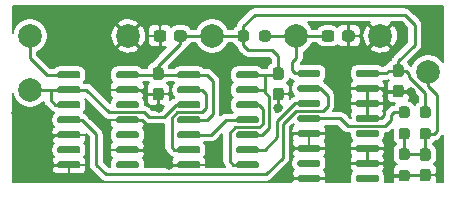
<source format=gbr>
%TF.GenerationSoftware,KiCad,Pcbnew,(5.1.7)-1*%
%TF.CreationDate,2021-03-23T20:34:08+01:00*%
%TF.ProjectId,sk-1_octave,736b2d31-5f6f-4637-9461-76652e6b6963,rev?*%
%TF.SameCoordinates,Original*%
%TF.FileFunction,Copper,L1,Top*%
%TF.FilePolarity,Positive*%
%FSLAX46Y46*%
G04 Gerber Fmt 4.6, Leading zero omitted, Abs format (unit mm)*
G04 Created by KiCad (PCBNEW (5.1.7)-1) date 2021-03-23 20:34:08*
%MOMM*%
%LPD*%
G01*
G04 APERTURE LIST*
%TA.AperFunction,SMDPad,CuDef*%
%ADD10C,2.000000*%
%TD*%
%TA.AperFunction,ViaPad*%
%ADD11C,0.800000*%
%TD*%
%TA.AperFunction,Conductor*%
%ADD12C,0.250000*%
%TD*%
%TA.AperFunction,Conductor*%
%ADD13C,0.200000*%
%TD*%
%TA.AperFunction,Conductor*%
%ADD14C,0.100000*%
%TD*%
G04 APERTURE END LIST*
%TO.P,R4,2*%
%TO.N,GND*%
%TA.AperFunction,SMDPad,CuDef*%
G36*
G01*
X106442500Y-111931000D02*
X106917500Y-111931000D01*
G75*
G02*
X107155000Y-112168500I0J-237500D01*
G01*
X107155000Y-112668500D01*
G75*
G02*
X106917500Y-112906000I-237500J0D01*
G01*
X106442500Y-112906000D01*
G75*
G02*
X106205000Y-112668500I0J237500D01*
G01*
X106205000Y-112168500D01*
G75*
G02*
X106442500Y-111931000I237500J0D01*
G01*
G37*
%TD.AperFunction*%
%TO.P,R4,1*%
%TO.N,Net-(C1-Pad1)*%
%TA.AperFunction,SMDPad,CuDef*%
G36*
G01*
X106442500Y-110106000D02*
X106917500Y-110106000D01*
G75*
G02*
X107155000Y-110343500I0J-237500D01*
G01*
X107155000Y-110843500D01*
G75*
G02*
X106917500Y-111081000I-237500J0D01*
G01*
X106442500Y-111081000D01*
G75*
G02*
X106205000Y-110843500I0J237500D01*
G01*
X106205000Y-110343500D01*
G75*
G02*
X106442500Y-110106000I237500J0D01*
G01*
G37*
%TD.AperFunction*%
%TD*%
%TO.P,R3,2*%
%TO.N,Net-(R3-Pad2)*%
%TA.AperFunction,SMDPad,CuDef*%
G36*
G01*
X106917500Y-107525000D02*
X106442500Y-107525000D01*
G75*
G02*
X106205000Y-107287500I0J237500D01*
G01*
X106205000Y-106787500D01*
G75*
G02*
X106442500Y-106550000I237500J0D01*
G01*
X106917500Y-106550000D01*
G75*
G02*
X107155000Y-106787500I0J-237500D01*
G01*
X107155000Y-107287500D01*
G75*
G02*
X106917500Y-107525000I-237500J0D01*
G01*
G37*
%TD.AperFunction*%
%TO.P,R3,1*%
%TO.N,Net-(C1-Pad1)*%
%TA.AperFunction,SMDPad,CuDef*%
G36*
G01*
X106917500Y-109350000D02*
X106442500Y-109350000D01*
G75*
G02*
X106205000Y-109112500I0J237500D01*
G01*
X106205000Y-108612500D01*
G75*
G02*
X106442500Y-108375000I237500J0D01*
G01*
X106917500Y-108375000D01*
G75*
G02*
X107155000Y-108612500I0J-237500D01*
G01*
X107155000Y-109112500D01*
G75*
G02*
X106917500Y-109350000I-237500J0D01*
G01*
G37*
%TD.AperFunction*%
%TD*%
%TO.P,R2,2*%
%TO.N,Net-(C1-Pad1)*%
%TA.AperFunction,SMDPad,CuDef*%
G36*
G01*
X108220500Y-108375000D02*
X108695500Y-108375000D01*
G75*
G02*
X108933000Y-108612500I0J-237500D01*
G01*
X108933000Y-109112500D01*
G75*
G02*
X108695500Y-109350000I-237500J0D01*
G01*
X108220500Y-109350000D01*
G75*
G02*
X107983000Y-109112500I0J237500D01*
G01*
X107983000Y-108612500D01*
G75*
G02*
X108220500Y-108375000I237500J0D01*
G01*
G37*
%TD.AperFunction*%
%TO.P,R2,1*%
%TO.N,+5V*%
%TA.AperFunction,SMDPad,CuDef*%
G36*
G01*
X108220500Y-106550000D02*
X108695500Y-106550000D01*
G75*
G02*
X108933000Y-106787500I0J-237500D01*
G01*
X108933000Y-107287500D01*
G75*
G02*
X108695500Y-107525000I-237500J0D01*
G01*
X108220500Y-107525000D01*
G75*
G02*
X107983000Y-107287500I0J237500D01*
G01*
X107983000Y-106787500D01*
G75*
G02*
X108220500Y-106550000I237500J0D01*
G01*
G37*
%TD.AperFunction*%
%TD*%
%TO.P,C6,2*%
%TO.N,GND*%
%TA.AperFunction,SMDPad,CuDef*%
G36*
G01*
X101417000Y-100821500D02*
X101417000Y-100346500D01*
G75*
G02*
X101654500Y-100109000I237500J0D01*
G01*
X102254500Y-100109000D01*
G75*
G02*
X102492000Y-100346500I0J-237500D01*
G01*
X102492000Y-100821500D01*
G75*
G02*
X102254500Y-101059000I-237500J0D01*
G01*
X101654500Y-101059000D01*
G75*
G02*
X101417000Y-100821500I0J237500D01*
G01*
G37*
%TD.AperFunction*%
%TO.P,C6,1*%
%TO.N,Net-(C6-Pad1)*%
%TA.AperFunction,SMDPad,CuDef*%
G36*
G01*
X99692000Y-100821500D02*
X99692000Y-100346500D01*
G75*
G02*
X99929500Y-100109000I237500J0D01*
G01*
X100529500Y-100109000D01*
G75*
G02*
X100767000Y-100346500I0J-237500D01*
G01*
X100767000Y-100821500D01*
G75*
G02*
X100529500Y-101059000I-237500J0D01*
G01*
X99929500Y-101059000D01*
G75*
G02*
X99692000Y-100821500I0J237500D01*
G01*
G37*
%TD.AperFunction*%
%TD*%
%TO.P,C5,2*%
%TO.N,GND*%
%TA.AperFunction,SMDPad,CuDef*%
G36*
G01*
X95774500Y-104973000D02*
X96249500Y-104973000D01*
G75*
G02*
X96487000Y-105210500I0J-237500D01*
G01*
X96487000Y-105810500D01*
G75*
G02*
X96249500Y-106048000I-237500J0D01*
G01*
X95774500Y-106048000D01*
G75*
G02*
X95537000Y-105810500I0J237500D01*
G01*
X95537000Y-105210500D01*
G75*
G02*
X95774500Y-104973000I237500J0D01*
G01*
G37*
%TD.AperFunction*%
%TO.P,C5,1*%
%TO.N,+5V*%
%TA.AperFunction,SMDPad,CuDef*%
G36*
G01*
X95774500Y-103248000D02*
X96249500Y-103248000D01*
G75*
G02*
X96487000Y-103485500I0J-237500D01*
G01*
X96487000Y-104085500D01*
G75*
G02*
X96249500Y-104323000I-237500J0D01*
G01*
X95774500Y-104323000D01*
G75*
G02*
X95537000Y-104085500I0J237500D01*
G01*
X95537000Y-103485500D01*
G75*
G02*
X95774500Y-103248000I237500J0D01*
G01*
G37*
%TD.AperFunction*%
%TD*%
%TO.P,U3,16*%
%TO.N,+5V*%
%TA.AperFunction,SMDPad,CuDef*%
G36*
G01*
X102592000Y-103909000D02*
X102592000Y-103609000D01*
G75*
G02*
X102742000Y-103459000I150000J0D01*
G01*
X104392000Y-103459000D01*
G75*
G02*
X104542000Y-103609000I0J-150000D01*
G01*
X104542000Y-103909000D01*
G75*
G02*
X104392000Y-104059000I-150000J0D01*
G01*
X102742000Y-104059000D01*
G75*
G02*
X102592000Y-103909000I0J150000D01*
G01*
G37*
%TD.AperFunction*%
%TO.P,U3,15*%
%TO.N,GND*%
%TA.AperFunction,SMDPad,CuDef*%
G36*
G01*
X102592000Y-105179000D02*
X102592000Y-104879000D01*
G75*
G02*
X102742000Y-104729000I150000J0D01*
G01*
X104392000Y-104729000D01*
G75*
G02*
X104542000Y-104879000I0J-150000D01*
G01*
X104542000Y-105179000D01*
G75*
G02*
X104392000Y-105329000I-150000J0D01*
G01*
X102742000Y-105329000D01*
G75*
G02*
X102592000Y-105179000I0J150000D01*
G01*
G37*
%TD.AperFunction*%
%TO.P,U3,14*%
%TA.AperFunction,SMDPad,CuDef*%
G36*
G01*
X102592000Y-106449000D02*
X102592000Y-106149000D01*
G75*
G02*
X102742000Y-105999000I150000J0D01*
G01*
X104392000Y-105999000D01*
G75*
G02*
X104542000Y-106149000I0J-150000D01*
G01*
X104542000Y-106449000D01*
G75*
G02*
X104392000Y-106599000I-150000J0D01*
G01*
X102742000Y-106599000D01*
G75*
G02*
X102592000Y-106449000I0J150000D01*
G01*
G37*
%TD.AperFunction*%
%TO.P,U3,13*%
%TA.AperFunction,SMDPad,CuDef*%
G36*
G01*
X102592000Y-107719000D02*
X102592000Y-107419000D01*
G75*
G02*
X102742000Y-107269000I150000J0D01*
G01*
X104392000Y-107269000D01*
G75*
G02*
X104542000Y-107419000I0J-150000D01*
G01*
X104542000Y-107719000D01*
G75*
G02*
X104392000Y-107869000I-150000J0D01*
G01*
X102742000Y-107869000D01*
G75*
G02*
X102592000Y-107719000I0J150000D01*
G01*
G37*
%TD.AperFunction*%
%TO.P,U3,12*%
%TO.N,Net-(U3-Pad12)*%
%TA.AperFunction,SMDPad,CuDef*%
G36*
G01*
X102592000Y-108989000D02*
X102592000Y-108689000D01*
G75*
G02*
X102742000Y-108539000I150000J0D01*
G01*
X104392000Y-108539000D01*
G75*
G02*
X104542000Y-108689000I0J-150000D01*
G01*
X104542000Y-108989000D01*
G75*
G02*
X104392000Y-109139000I-150000J0D01*
G01*
X102742000Y-109139000D01*
G75*
G02*
X102592000Y-108989000I0J150000D01*
G01*
G37*
%TD.AperFunction*%
%TO.P,U3,11*%
%TO.N,GND*%
%TA.AperFunction,SMDPad,CuDef*%
G36*
G01*
X102592000Y-110259000D02*
X102592000Y-109959000D01*
G75*
G02*
X102742000Y-109809000I150000J0D01*
G01*
X104392000Y-109809000D01*
G75*
G02*
X104542000Y-109959000I0J-150000D01*
G01*
X104542000Y-110259000D01*
G75*
G02*
X104392000Y-110409000I-150000J0D01*
G01*
X102742000Y-110409000D01*
G75*
G02*
X102592000Y-110259000I0J150000D01*
G01*
G37*
%TD.AperFunction*%
%TO.P,U3,10*%
%TA.AperFunction,SMDPad,CuDef*%
G36*
G01*
X102592000Y-111529000D02*
X102592000Y-111229000D01*
G75*
G02*
X102742000Y-111079000I150000J0D01*
G01*
X104392000Y-111079000D01*
G75*
G02*
X104542000Y-111229000I0J-150000D01*
G01*
X104542000Y-111529000D01*
G75*
G02*
X104392000Y-111679000I-150000J0D01*
G01*
X102742000Y-111679000D01*
G75*
G02*
X102592000Y-111529000I0J150000D01*
G01*
G37*
%TD.AperFunction*%
%TO.P,U3,9*%
%TO.N,Net-(U3-Pad9)*%
%TA.AperFunction,SMDPad,CuDef*%
G36*
G01*
X102592000Y-112799000D02*
X102592000Y-112499000D01*
G75*
G02*
X102742000Y-112349000I150000J0D01*
G01*
X104392000Y-112349000D01*
G75*
G02*
X104542000Y-112499000I0J-150000D01*
G01*
X104542000Y-112799000D01*
G75*
G02*
X104392000Y-112949000I-150000J0D01*
G01*
X102742000Y-112949000D01*
G75*
G02*
X102592000Y-112799000I0J150000D01*
G01*
G37*
%TD.AperFunction*%
%TO.P,U3,8*%
%TO.N,GND*%
%TA.AperFunction,SMDPad,CuDef*%
G36*
G01*
X97642000Y-112799000D02*
X97642000Y-112499000D01*
G75*
G02*
X97792000Y-112349000I150000J0D01*
G01*
X99442000Y-112349000D01*
G75*
G02*
X99592000Y-112499000I0J-150000D01*
G01*
X99592000Y-112799000D01*
G75*
G02*
X99442000Y-112949000I-150000J0D01*
G01*
X97792000Y-112949000D01*
G75*
G02*
X97642000Y-112799000I0J150000D01*
G01*
G37*
%TD.AperFunction*%
%TO.P,U3,7*%
%TO.N,Net-(U3-Pad7)*%
%TA.AperFunction,SMDPad,CuDef*%
G36*
G01*
X97642000Y-111529000D02*
X97642000Y-111229000D01*
G75*
G02*
X97792000Y-111079000I150000J0D01*
G01*
X99442000Y-111079000D01*
G75*
G02*
X99592000Y-111229000I0J-150000D01*
G01*
X99592000Y-111529000D01*
G75*
G02*
X99442000Y-111679000I-150000J0D01*
G01*
X97792000Y-111679000D01*
G75*
G02*
X97642000Y-111529000I0J150000D01*
G01*
G37*
%TD.AperFunction*%
%TO.P,U3,6*%
%TO.N,GND*%
%TA.AperFunction,SMDPad,CuDef*%
G36*
G01*
X97642000Y-110259000D02*
X97642000Y-109959000D01*
G75*
G02*
X97792000Y-109809000I150000J0D01*
G01*
X99442000Y-109809000D01*
G75*
G02*
X99592000Y-109959000I0J-150000D01*
G01*
X99592000Y-110259000D01*
G75*
G02*
X99442000Y-110409000I-150000J0D01*
G01*
X97792000Y-110409000D01*
G75*
G02*
X97642000Y-110259000I0J150000D01*
G01*
G37*
%TD.AperFunction*%
%TO.P,U3,5*%
%TA.AperFunction,SMDPad,CuDef*%
G36*
G01*
X97642000Y-108989000D02*
X97642000Y-108689000D01*
G75*
G02*
X97792000Y-108539000I150000J0D01*
G01*
X99442000Y-108539000D01*
G75*
G02*
X99592000Y-108689000I0J-150000D01*
G01*
X99592000Y-108989000D01*
G75*
G02*
X99442000Y-109139000I-150000J0D01*
G01*
X97792000Y-109139000D01*
G75*
G02*
X97642000Y-108989000I0J150000D01*
G01*
G37*
%TD.AperFunction*%
%TO.P,U3,4*%
%TO.N,Net-(R3-Pad2)*%
%TA.AperFunction,SMDPad,CuDef*%
G36*
G01*
X97642000Y-107719000D02*
X97642000Y-107419000D01*
G75*
G02*
X97792000Y-107269000I150000J0D01*
G01*
X99442000Y-107269000D01*
G75*
G02*
X99592000Y-107419000I0J-150000D01*
G01*
X99592000Y-107719000D01*
G75*
G02*
X99442000Y-107869000I-150000J0D01*
G01*
X97792000Y-107869000D01*
G75*
G02*
X97642000Y-107719000I0J150000D01*
G01*
G37*
%TD.AperFunction*%
%TO.P,U3,3*%
%TO.N,Net-(U2-Pad9)*%
%TA.AperFunction,SMDPad,CuDef*%
G36*
G01*
X97642000Y-106449000D02*
X97642000Y-106149000D01*
G75*
G02*
X97792000Y-105999000I150000J0D01*
G01*
X99442000Y-105999000D01*
G75*
G02*
X99592000Y-106149000I0J-150000D01*
G01*
X99592000Y-106449000D01*
G75*
G02*
X99442000Y-106599000I-150000J0D01*
G01*
X97792000Y-106599000D01*
G75*
G02*
X97642000Y-106449000I0J150000D01*
G01*
G37*
%TD.AperFunction*%
%TO.P,U3,2*%
%TO.N,Net-(U1-Pad4)*%
%TA.AperFunction,SMDPad,CuDef*%
G36*
G01*
X97642000Y-105179000D02*
X97642000Y-104879000D01*
G75*
G02*
X97792000Y-104729000I150000J0D01*
G01*
X99442000Y-104729000D01*
G75*
G02*
X99592000Y-104879000I0J-150000D01*
G01*
X99592000Y-105179000D01*
G75*
G02*
X99442000Y-105329000I-150000J0D01*
G01*
X97792000Y-105329000D01*
G75*
G02*
X97642000Y-105179000I0J150000D01*
G01*
G37*
%TD.AperFunction*%
%TO.P,U3,1*%
%TO.N,Net-(C6-Pad1)*%
%TA.AperFunction,SMDPad,CuDef*%
G36*
G01*
X97642000Y-103909000D02*
X97642000Y-103609000D01*
G75*
G02*
X97792000Y-103459000I150000J0D01*
G01*
X99442000Y-103459000D01*
G75*
G02*
X99592000Y-103609000I0J-150000D01*
G01*
X99592000Y-103909000D01*
G75*
G02*
X99442000Y-104059000I-150000J0D01*
G01*
X97792000Y-104059000D01*
G75*
G02*
X97642000Y-103909000I0J150000D01*
G01*
G37*
%TD.AperFunction*%
%TD*%
%TO.P,U2,14*%
%TO.N,+5V*%
%TA.AperFunction,SMDPad,CuDef*%
G36*
G01*
X92432000Y-104036000D02*
X92432000Y-103736000D01*
G75*
G02*
X92582000Y-103586000I150000J0D01*
G01*
X94232000Y-103586000D01*
G75*
G02*
X94382000Y-103736000I0J-150000D01*
G01*
X94382000Y-104036000D01*
G75*
G02*
X94232000Y-104186000I-150000J0D01*
G01*
X92582000Y-104186000D01*
G75*
G02*
X92432000Y-104036000I0J150000D01*
G01*
G37*
%TD.AperFunction*%
%TO.P,U2,13*%
%TA.AperFunction,SMDPad,CuDef*%
G36*
G01*
X92432000Y-105306000D02*
X92432000Y-105006000D01*
G75*
G02*
X92582000Y-104856000I150000J0D01*
G01*
X94232000Y-104856000D01*
G75*
G02*
X94382000Y-105006000I0J-150000D01*
G01*
X94382000Y-105306000D01*
G75*
G02*
X94232000Y-105456000I-150000J0D01*
G01*
X92582000Y-105456000D01*
G75*
G02*
X92432000Y-105306000I0J150000D01*
G01*
G37*
%TD.AperFunction*%
%TO.P,U2,12*%
%TO.N,Net-(U2-Pad12)*%
%TA.AperFunction,SMDPad,CuDef*%
G36*
G01*
X92432000Y-106576000D02*
X92432000Y-106276000D01*
G75*
G02*
X92582000Y-106126000I150000J0D01*
G01*
X94232000Y-106126000D01*
G75*
G02*
X94382000Y-106276000I0J-150000D01*
G01*
X94382000Y-106576000D01*
G75*
G02*
X94232000Y-106726000I-150000J0D01*
G01*
X92582000Y-106726000D01*
G75*
G02*
X92432000Y-106576000I0J150000D01*
G01*
G37*
%TD.AperFunction*%
%TO.P,U2,11*%
%TO.N,Net-(U2-Pad11)*%
%TA.AperFunction,SMDPad,CuDef*%
G36*
G01*
X92432000Y-107846000D02*
X92432000Y-107546000D01*
G75*
G02*
X92582000Y-107396000I150000J0D01*
G01*
X94232000Y-107396000D01*
G75*
G02*
X94382000Y-107546000I0J-150000D01*
G01*
X94382000Y-107846000D01*
G75*
G02*
X94232000Y-107996000I-150000J0D01*
G01*
X92582000Y-107996000D01*
G75*
G02*
X92432000Y-107846000I0J150000D01*
G01*
G37*
%TD.AperFunction*%
%TO.P,U2,10*%
%TO.N,+5V*%
%TA.AperFunction,SMDPad,CuDef*%
G36*
G01*
X92432000Y-109116000D02*
X92432000Y-108816000D01*
G75*
G02*
X92582000Y-108666000I150000J0D01*
G01*
X94232000Y-108666000D01*
G75*
G02*
X94382000Y-108816000I0J-150000D01*
G01*
X94382000Y-109116000D01*
G75*
G02*
X94232000Y-109266000I-150000J0D01*
G01*
X92582000Y-109266000D01*
G75*
G02*
X92432000Y-109116000I0J150000D01*
G01*
G37*
%TD.AperFunction*%
%TO.P,U2,9*%
%TO.N,Net-(U2-Pad9)*%
%TA.AperFunction,SMDPad,CuDef*%
G36*
G01*
X92432000Y-110386000D02*
X92432000Y-110086000D01*
G75*
G02*
X92582000Y-109936000I150000J0D01*
G01*
X94232000Y-109936000D01*
G75*
G02*
X94382000Y-110086000I0J-150000D01*
G01*
X94382000Y-110386000D01*
G75*
G02*
X94232000Y-110536000I-150000J0D01*
G01*
X92582000Y-110536000D01*
G75*
G02*
X92432000Y-110386000I0J150000D01*
G01*
G37*
%TD.AperFunction*%
%TO.P,U2,8*%
%TO.N,Net-(U2-Pad12)*%
%TA.AperFunction,SMDPad,CuDef*%
G36*
G01*
X92432000Y-111656000D02*
X92432000Y-111356000D01*
G75*
G02*
X92582000Y-111206000I150000J0D01*
G01*
X94232000Y-111206000D01*
G75*
G02*
X94382000Y-111356000I0J-150000D01*
G01*
X94382000Y-111656000D01*
G75*
G02*
X94232000Y-111806000I-150000J0D01*
G01*
X92582000Y-111806000D01*
G75*
G02*
X92432000Y-111656000I0J150000D01*
G01*
G37*
%TD.AperFunction*%
%TO.P,U2,7*%
%TO.N,GND*%
%TA.AperFunction,SMDPad,CuDef*%
G36*
G01*
X87482000Y-111656000D02*
X87482000Y-111356000D01*
G75*
G02*
X87632000Y-111206000I150000J0D01*
G01*
X89282000Y-111206000D01*
G75*
G02*
X89432000Y-111356000I0J-150000D01*
G01*
X89432000Y-111656000D01*
G75*
G02*
X89282000Y-111806000I-150000J0D01*
G01*
X87632000Y-111806000D01*
G75*
G02*
X87482000Y-111656000I0J150000D01*
G01*
G37*
%TD.AperFunction*%
%TO.P,U2,6*%
%TO.N,Net-(U2-Pad2)*%
%TA.AperFunction,SMDPad,CuDef*%
G36*
G01*
X87482000Y-110386000D02*
X87482000Y-110086000D01*
G75*
G02*
X87632000Y-109936000I150000J0D01*
G01*
X89282000Y-109936000D01*
G75*
G02*
X89432000Y-110086000I0J-150000D01*
G01*
X89432000Y-110386000D01*
G75*
G02*
X89282000Y-110536000I-150000J0D01*
G01*
X87632000Y-110536000D01*
G75*
G02*
X87482000Y-110386000I0J150000D01*
G01*
G37*
%TD.AperFunction*%
%TO.P,U2,5*%
%TO.N,Net-(U2-Pad11)*%
%TA.AperFunction,SMDPad,CuDef*%
G36*
G01*
X87482000Y-109116000D02*
X87482000Y-108816000D01*
G75*
G02*
X87632000Y-108666000I150000J0D01*
G01*
X89282000Y-108666000D01*
G75*
G02*
X89432000Y-108816000I0J-150000D01*
G01*
X89432000Y-109116000D01*
G75*
G02*
X89282000Y-109266000I-150000J0D01*
G01*
X87632000Y-109266000D01*
G75*
G02*
X87482000Y-109116000I0J150000D01*
G01*
G37*
%TD.AperFunction*%
%TO.P,U2,4*%
%TO.N,+5V*%
%TA.AperFunction,SMDPad,CuDef*%
G36*
G01*
X87482000Y-107846000D02*
X87482000Y-107546000D01*
G75*
G02*
X87632000Y-107396000I150000J0D01*
G01*
X89282000Y-107396000D01*
G75*
G02*
X89432000Y-107546000I0J-150000D01*
G01*
X89432000Y-107846000D01*
G75*
G02*
X89282000Y-107996000I-150000J0D01*
G01*
X87632000Y-107996000D01*
G75*
G02*
X87482000Y-107846000I0J150000D01*
G01*
G37*
%TD.AperFunction*%
%TO.P,U2,3*%
%TO.N,Net-(TP3-Pad1)*%
%TA.AperFunction,SMDPad,CuDef*%
G36*
G01*
X87482000Y-106576000D02*
X87482000Y-106276000D01*
G75*
G02*
X87632000Y-106126000I150000J0D01*
G01*
X89282000Y-106126000D01*
G75*
G02*
X89432000Y-106276000I0J-150000D01*
G01*
X89432000Y-106576000D01*
G75*
G02*
X89282000Y-106726000I-150000J0D01*
G01*
X87632000Y-106726000D01*
G75*
G02*
X87482000Y-106576000I0J150000D01*
G01*
G37*
%TD.AperFunction*%
%TO.P,U2,2*%
%TO.N,Net-(U2-Pad2)*%
%TA.AperFunction,SMDPad,CuDef*%
G36*
G01*
X87482000Y-105306000D02*
X87482000Y-105006000D01*
G75*
G02*
X87632000Y-104856000I150000J0D01*
G01*
X89282000Y-104856000D01*
G75*
G02*
X89432000Y-105006000I0J-150000D01*
G01*
X89432000Y-105306000D01*
G75*
G02*
X89282000Y-105456000I-150000J0D01*
G01*
X87632000Y-105456000D01*
G75*
G02*
X87482000Y-105306000I0J150000D01*
G01*
G37*
%TD.AperFunction*%
%TO.P,U2,1*%
%TO.N,+5V*%
%TA.AperFunction,SMDPad,CuDef*%
G36*
G01*
X87482000Y-104036000D02*
X87482000Y-103736000D01*
G75*
G02*
X87632000Y-103586000I150000J0D01*
G01*
X89282000Y-103586000D01*
G75*
G02*
X89432000Y-103736000I0J-150000D01*
G01*
X89432000Y-104036000D01*
G75*
G02*
X89282000Y-104186000I-150000J0D01*
G01*
X87632000Y-104186000D01*
G75*
G02*
X87482000Y-104036000I0J150000D01*
G01*
G37*
%TD.AperFunction*%
%TD*%
%TO.P,U1,14*%
%TO.N,+5V*%
%TA.AperFunction,SMDPad,CuDef*%
G36*
G01*
X82272000Y-104036000D02*
X82272000Y-103736000D01*
G75*
G02*
X82422000Y-103586000I150000J0D01*
G01*
X84072000Y-103586000D01*
G75*
G02*
X84222000Y-103736000I0J-150000D01*
G01*
X84222000Y-104036000D01*
G75*
G02*
X84072000Y-104186000I-150000J0D01*
G01*
X82422000Y-104186000D01*
G75*
G02*
X82272000Y-104036000I0J150000D01*
G01*
G37*
%TD.AperFunction*%
%TO.P,U1,13*%
%TO.N,GND*%
%TA.AperFunction,SMDPad,CuDef*%
G36*
G01*
X82272000Y-105306000D02*
X82272000Y-105006000D01*
G75*
G02*
X82422000Y-104856000I150000J0D01*
G01*
X84072000Y-104856000D01*
G75*
G02*
X84222000Y-105006000I0J-150000D01*
G01*
X84222000Y-105306000D01*
G75*
G02*
X84072000Y-105456000I-150000J0D01*
G01*
X82422000Y-105456000D01*
G75*
G02*
X82272000Y-105306000I0J150000D01*
G01*
G37*
%TD.AperFunction*%
%TO.P,U1,12*%
%TO.N,Net-(U1-Pad12)*%
%TA.AperFunction,SMDPad,CuDef*%
G36*
G01*
X82272000Y-106576000D02*
X82272000Y-106276000D01*
G75*
G02*
X82422000Y-106126000I150000J0D01*
G01*
X84072000Y-106126000D01*
G75*
G02*
X84222000Y-106276000I0J-150000D01*
G01*
X84222000Y-106576000D01*
G75*
G02*
X84072000Y-106726000I-150000J0D01*
G01*
X82422000Y-106726000D01*
G75*
G02*
X82272000Y-106576000I0J150000D01*
G01*
G37*
%TD.AperFunction*%
%TO.P,U1,11*%
%TO.N,GND*%
%TA.AperFunction,SMDPad,CuDef*%
G36*
G01*
X82272000Y-107846000D02*
X82272000Y-107546000D01*
G75*
G02*
X82422000Y-107396000I150000J0D01*
G01*
X84072000Y-107396000D01*
G75*
G02*
X84222000Y-107546000I0J-150000D01*
G01*
X84222000Y-107846000D01*
G75*
G02*
X84072000Y-107996000I-150000J0D01*
G01*
X82422000Y-107996000D01*
G75*
G02*
X82272000Y-107846000I0J150000D01*
G01*
G37*
%TD.AperFunction*%
%TO.P,U1,10*%
%TO.N,Net-(U1-Pad10)*%
%TA.AperFunction,SMDPad,CuDef*%
G36*
G01*
X82272000Y-109116000D02*
X82272000Y-108816000D01*
G75*
G02*
X82422000Y-108666000I150000J0D01*
G01*
X84072000Y-108666000D01*
G75*
G02*
X84222000Y-108816000I0J-150000D01*
G01*
X84222000Y-109116000D01*
G75*
G02*
X84072000Y-109266000I-150000J0D01*
G01*
X82422000Y-109266000D01*
G75*
G02*
X82272000Y-109116000I0J150000D01*
G01*
G37*
%TD.AperFunction*%
%TO.P,U1,9*%
%TO.N,GND*%
%TA.AperFunction,SMDPad,CuDef*%
G36*
G01*
X82272000Y-110386000D02*
X82272000Y-110086000D01*
G75*
G02*
X82422000Y-109936000I150000J0D01*
G01*
X84072000Y-109936000D01*
G75*
G02*
X84222000Y-110086000I0J-150000D01*
G01*
X84222000Y-110386000D01*
G75*
G02*
X84072000Y-110536000I-150000J0D01*
G01*
X82422000Y-110536000D01*
G75*
G02*
X82272000Y-110386000I0J150000D01*
G01*
G37*
%TD.AperFunction*%
%TO.P,U1,8*%
%TO.N,Net-(U1-Pad8)*%
%TA.AperFunction,SMDPad,CuDef*%
G36*
G01*
X82272000Y-111656000D02*
X82272000Y-111356000D01*
G75*
G02*
X82422000Y-111206000I150000J0D01*
G01*
X84072000Y-111206000D01*
G75*
G02*
X84222000Y-111356000I0J-150000D01*
G01*
X84222000Y-111656000D01*
G75*
G02*
X84072000Y-111806000I-150000J0D01*
G01*
X82422000Y-111806000D01*
G75*
G02*
X82272000Y-111656000I0J150000D01*
G01*
G37*
%TD.AperFunction*%
%TO.P,U1,7*%
%TO.N,GND*%
%TA.AperFunction,SMDPad,CuDef*%
G36*
G01*
X77322000Y-111656000D02*
X77322000Y-111356000D01*
G75*
G02*
X77472000Y-111206000I150000J0D01*
G01*
X79122000Y-111206000D01*
G75*
G02*
X79272000Y-111356000I0J-150000D01*
G01*
X79272000Y-111656000D01*
G75*
G02*
X79122000Y-111806000I-150000J0D01*
G01*
X77472000Y-111806000D01*
G75*
G02*
X77322000Y-111656000I0J150000D01*
G01*
G37*
%TD.AperFunction*%
%TO.P,U1,6*%
%TO.N,Net-(U1-Pad6)*%
%TA.AperFunction,SMDPad,CuDef*%
G36*
G01*
X77322000Y-110386000D02*
X77322000Y-110086000D01*
G75*
G02*
X77472000Y-109936000I150000J0D01*
G01*
X79122000Y-109936000D01*
G75*
G02*
X79272000Y-110086000I0J-150000D01*
G01*
X79272000Y-110386000D01*
G75*
G02*
X79122000Y-110536000I-150000J0D01*
G01*
X77472000Y-110536000D01*
G75*
G02*
X77322000Y-110386000I0J150000D01*
G01*
G37*
%TD.AperFunction*%
%TO.P,U1,5*%
%TO.N,GND*%
%TA.AperFunction,SMDPad,CuDef*%
G36*
G01*
X77322000Y-109116000D02*
X77322000Y-108816000D01*
G75*
G02*
X77472000Y-108666000I150000J0D01*
G01*
X79122000Y-108666000D01*
G75*
G02*
X79272000Y-108816000I0J-150000D01*
G01*
X79272000Y-109116000D01*
G75*
G02*
X79122000Y-109266000I-150000J0D01*
G01*
X77472000Y-109266000D01*
G75*
G02*
X77322000Y-109116000I0J150000D01*
G01*
G37*
%TD.AperFunction*%
%TO.P,U1,4*%
%TO.N,Net-(U1-Pad4)*%
%TA.AperFunction,SMDPad,CuDef*%
G36*
G01*
X77322000Y-107846000D02*
X77322000Y-107546000D01*
G75*
G02*
X77472000Y-107396000I150000J0D01*
G01*
X79122000Y-107396000D01*
G75*
G02*
X79272000Y-107546000I0J-150000D01*
G01*
X79272000Y-107846000D01*
G75*
G02*
X79122000Y-107996000I-150000J0D01*
G01*
X77472000Y-107996000D01*
G75*
G02*
X77322000Y-107846000I0J150000D01*
G01*
G37*
%TD.AperFunction*%
%TO.P,U1,3*%
%TO.N,Net-(TP3-Pad1)*%
%TA.AperFunction,SMDPad,CuDef*%
G36*
G01*
X77322000Y-106576000D02*
X77322000Y-106276000D01*
G75*
G02*
X77472000Y-106126000I150000J0D01*
G01*
X79122000Y-106126000D01*
G75*
G02*
X79272000Y-106276000I0J-150000D01*
G01*
X79272000Y-106576000D01*
G75*
G02*
X79122000Y-106726000I-150000J0D01*
G01*
X77472000Y-106726000D01*
G75*
G02*
X77322000Y-106576000I0J150000D01*
G01*
G37*
%TD.AperFunction*%
%TO.P,U1,2*%
%TA.AperFunction,SMDPad,CuDef*%
G36*
G01*
X77322000Y-105306000D02*
X77322000Y-105006000D01*
G75*
G02*
X77472000Y-104856000I150000J0D01*
G01*
X79122000Y-104856000D01*
G75*
G02*
X79272000Y-105006000I0J-150000D01*
G01*
X79272000Y-105306000D01*
G75*
G02*
X79122000Y-105456000I-150000J0D01*
G01*
X77472000Y-105456000D01*
G75*
G02*
X77322000Y-105306000I0J150000D01*
G01*
G37*
%TD.AperFunction*%
%TO.P,U1,1*%
%TO.N,Net-(TP2-Pad1)*%
%TA.AperFunction,SMDPad,CuDef*%
G36*
G01*
X77322000Y-104036000D02*
X77322000Y-103736000D01*
G75*
G02*
X77472000Y-103586000I150000J0D01*
G01*
X79122000Y-103586000D01*
G75*
G02*
X79272000Y-103736000I0J-150000D01*
G01*
X79272000Y-104036000D01*
G75*
G02*
X79122000Y-104186000I-150000J0D01*
G01*
X77472000Y-104186000D01*
G75*
G02*
X77322000Y-104036000I0J150000D01*
G01*
G37*
%TD.AperFunction*%
%TD*%
D10*
%TO.P,TP7,1*%
%TO.N,GND*%
X83312000Y-100584000D03*
%TD*%
%TO.P,TP6,1*%
%TO.N,+5V*%
X90424000Y-100584000D03*
%TD*%
%TO.P,TP5,1*%
%TO.N,GND*%
X104648000Y-100584000D03*
%TD*%
%TO.P,TP4,1*%
%TO.N,Net-(C6-Pad1)*%
X97536000Y-100584000D03*
%TD*%
%TO.P,TP3,1*%
%TO.N,Net-(TP3-Pad1)*%
X75000000Y-105156000D03*
%TD*%
%TO.P,TP2,1*%
%TO.N,Net-(TP2-Pad1)*%
X75000000Y-100584000D03*
%TD*%
%TO.P,TP1,1*%
%TO.N,Net-(C1-Pad1)*%
X108712000Y-103632000D03*
%TD*%
%TO.P,R1,2*%
%TO.N,Net-(C6-Pad1)*%
%TA.AperFunction,SMDPad,CuDef*%
G36*
G01*
X94405000Y-100821500D02*
X94405000Y-100346500D01*
G75*
G02*
X94642500Y-100109000I237500J0D01*
G01*
X95142500Y-100109000D01*
G75*
G02*
X95380000Y-100346500I0J-237500D01*
G01*
X95380000Y-100821500D01*
G75*
G02*
X95142500Y-101059000I-237500J0D01*
G01*
X94642500Y-101059000D01*
G75*
G02*
X94405000Y-100821500I0J237500D01*
G01*
G37*
%TD.AperFunction*%
%TO.P,R1,1*%
%TO.N,+5V*%
%TA.AperFunction,SMDPad,CuDef*%
G36*
G01*
X92580000Y-100821500D02*
X92580000Y-100346500D01*
G75*
G02*
X92817500Y-100109000I237500J0D01*
G01*
X93317500Y-100109000D01*
G75*
G02*
X93555000Y-100346500I0J-237500D01*
G01*
X93555000Y-100821500D01*
G75*
G02*
X93317500Y-101059000I-237500J0D01*
G01*
X92817500Y-101059000D01*
G75*
G02*
X92580000Y-100821500I0J237500D01*
G01*
G37*
%TD.AperFunction*%
%TD*%
%TO.P,C4,2*%
%TO.N,GND*%
%TA.AperFunction,SMDPad,CuDef*%
G36*
G01*
X105934500Y-104719000D02*
X106409500Y-104719000D01*
G75*
G02*
X106647000Y-104956500I0J-237500D01*
G01*
X106647000Y-105556500D01*
G75*
G02*
X106409500Y-105794000I-237500J0D01*
G01*
X105934500Y-105794000D01*
G75*
G02*
X105697000Y-105556500I0J237500D01*
G01*
X105697000Y-104956500D01*
G75*
G02*
X105934500Y-104719000I237500J0D01*
G01*
G37*
%TD.AperFunction*%
%TO.P,C4,1*%
%TO.N,+5V*%
%TA.AperFunction,SMDPad,CuDef*%
G36*
G01*
X105934500Y-102994000D02*
X106409500Y-102994000D01*
G75*
G02*
X106647000Y-103231500I0J-237500D01*
G01*
X106647000Y-103831500D01*
G75*
G02*
X106409500Y-104069000I-237500J0D01*
G01*
X105934500Y-104069000D01*
G75*
G02*
X105697000Y-103831500I0J237500D01*
G01*
X105697000Y-103231500D01*
G75*
G02*
X105934500Y-102994000I237500J0D01*
G01*
G37*
%TD.AperFunction*%
%TD*%
%TO.P,C3,2*%
%TO.N,GND*%
%TA.AperFunction,SMDPad,CuDef*%
G36*
G01*
X85614500Y-104973000D02*
X86089500Y-104973000D01*
G75*
G02*
X86327000Y-105210500I0J-237500D01*
G01*
X86327000Y-105810500D01*
G75*
G02*
X86089500Y-106048000I-237500J0D01*
G01*
X85614500Y-106048000D01*
G75*
G02*
X85377000Y-105810500I0J237500D01*
G01*
X85377000Y-105210500D01*
G75*
G02*
X85614500Y-104973000I237500J0D01*
G01*
G37*
%TD.AperFunction*%
%TO.P,C3,1*%
%TO.N,+5V*%
%TA.AperFunction,SMDPad,CuDef*%
G36*
G01*
X85614500Y-103248000D02*
X86089500Y-103248000D01*
G75*
G02*
X86327000Y-103485500I0J-237500D01*
G01*
X86327000Y-104085500D01*
G75*
G02*
X86089500Y-104323000I-237500J0D01*
G01*
X85614500Y-104323000D01*
G75*
G02*
X85377000Y-104085500I0J237500D01*
G01*
X85377000Y-103485500D01*
G75*
G02*
X85614500Y-103248000I237500J0D01*
G01*
G37*
%TD.AperFunction*%
%TD*%
%TO.P,C2,2*%
%TO.N,GND*%
%TA.AperFunction,SMDPad,CuDef*%
G36*
G01*
X86543000Y-100346500D02*
X86543000Y-100821500D01*
G75*
G02*
X86305500Y-101059000I-237500J0D01*
G01*
X85705500Y-101059000D01*
G75*
G02*
X85468000Y-100821500I0J237500D01*
G01*
X85468000Y-100346500D01*
G75*
G02*
X85705500Y-100109000I237500J0D01*
G01*
X86305500Y-100109000D01*
G75*
G02*
X86543000Y-100346500I0J-237500D01*
G01*
G37*
%TD.AperFunction*%
%TO.P,C2,1*%
%TO.N,+5V*%
%TA.AperFunction,SMDPad,CuDef*%
G36*
G01*
X88268000Y-100346500D02*
X88268000Y-100821500D01*
G75*
G02*
X88030500Y-101059000I-237500J0D01*
G01*
X87430500Y-101059000D01*
G75*
G02*
X87193000Y-100821500I0J237500D01*
G01*
X87193000Y-100346500D01*
G75*
G02*
X87430500Y-100109000I237500J0D01*
G01*
X88030500Y-100109000D01*
G75*
G02*
X88268000Y-100346500I0J-237500D01*
G01*
G37*
%TD.AperFunction*%
%TD*%
%TO.P,C1,2*%
%TO.N,GND*%
%TA.AperFunction,SMDPad,CuDef*%
G36*
G01*
X108220500Y-111831000D02*
X108695500Y-111831000D01*
G75*
G02*
X108933000Y-112068500I0J-237500D01*
G01*
X108933000Y-112668500D01*
G75*
G02*
X108695500Y-112906000I-237500J0D01*
G01*
X108220500Y-112906000D01*
G75*
G02*
X107983000Y-112668500I0J237500D01*
G01*
X107983000Y-112068500D01*
G75*
G02*
X108220500Y-111831000I237500J0D01*
G01*
G37*
%TD.AperFunction*%
%TO.P,C1,1*%
%TO.N,Net-(C1-Pad1)*%
%TA.AperFunction,SMDPad,CuDef*%
G36*
G01*
X108220500Y-110106000D02*
X108695500Y-110106000D01*
G75*
G02*
X108933000Y-110343500I0J-237500D01*
G01*
X108933000Y-110943500D01*
G75*
G02*
X108695500Y-111181000I-237500J0D01*
G01*
X108220500Y-111181000D01*
G75*
G02*
X107983000Y-110943500I0J237500D01*
G01*
X107983000Y-110343500D01*
G75*
G02*
X108220500Y-110106000I237500J0D01*
G01*
G37*
%TD.AperFunction*%
%TD*%
D11*
%TO.N,GND*%
X109630000Y-109784000D03*
X101250000Y-109334000D03*
X101280000Y-106334000D03*
X99280000Y-102334000D03*
X88280000Y-102334000D03*
X91530000Y-105834000D03*
X90780000Y-109834000D03*
X76780000Y-102584000D03*
X80280000Y-107334000D03*
X73780000Y-107084000D03*
X74030000Y-98584000D03*
X92600000Y-98584000D03*
X109280000Y-98584000D03*
X97000000Y-112600000D03*
X86800000Y-111500000D03*
X76700000Y-111500000D03*
X85900000Y-106700000D03*
X84900000Y-110200000D03*
X105200000Y-111400000D03*
X96011993Y-106726277D03*
X107287345Y-105312665D03*
X103000000Y-101700000D03*
X81300000Y-98600024D03*
X85100006Y-101900000D03*
%TD*%
D12*
%TO.N,GND*%
X97391000Y-110109000D02*
X98617000Y-110109000D01*
X97391000Y-110109000D02*
X97000000Y-109718000D01*
X97000000Y-109718000D02*
X97000000Y-109100000D01*
X97261000Y-108839000D02*
X98617000Y-108839000D01*
X97000000Y-109100000D02*
X97261000Y-108839000D01*
X97049000Y-112649000D02*
X97000000Y-112600000D01*
X98617000Y-112649000D02*
X97049000Y-112649000D01*
X97000000Y-110500000D02*
X97000000Y-112600000D01*
X97391000Y-110109000D02*
X97000000Y-110500000D01*
X86806000Y-111506000D02*
X86800000Y-111500000D01*
X88457000Y-111506000D02*
X86806000Y-111506000D01*
X76706000Y-111506000D02*
X76700000Y-111500000D01*
X78297000Y-111506000D02*
X76706000Y-111506000D01*
X76700000Y-109300000D02*
X76700000Y-111500000D01*
X77034000Y-108966000D02*
X76700000Y-109300000D01*
X78297000Y-108966000D02*
X77034000Y-108966000D01*
X83247000Y-105156000D02*
X84356000Y-105156000D01*
X84710500Y-105510500D02*
X85852000Y-105510500D01*
X84356000Y-105156000D02*
X84710500Y-105510500D01*
X85852000Y-106652000D02*
X85900000Y-106700000D01*
X85852000Y-105510500D02*
X85852000Y-106652000D01*
X84864000Y-110236000D02*
X84900000Y-110200000D01*
X83247000Y-110236000D02*
X84864000Y-110236000D01*
X83247000Y-107696000D02*
X84496000Y-107696000D01*
X84900000Y-108100000D02*
X84900000Y-110200000D01*
X84496000Y-107696000D02*
X84900000Y-108100000D01*
X105179000Y-111379000D02*
X105200000Y-111400000D01*
X103567000Y-111379000D02*
X105179000Y-111379000D01*
X103567000Y-110109000D02*
X104909000Y-110109000D01*
X105200000Y-110400000D02*
X105200000Y-111400000D01*
X104909000Y-110109000D02*
X105200000Y-110400000D01*
X96012000Y-105510500D02*
X96012000Y-106726270D01*
X96012000Y-106726270D02*
X96011993Y-106726277D01*
X105000000Y-106300000D02*
X104999000Y-106299000D01*
X105000000Y-107300000D02*
X105000000Y-106300000D01*
X104731000Y-107569000D02*
X105000000Y-107300000D01*
X103567000Y-107569000D02*
X104731000Y-107569000D01*
X103567000Y-106299000D02*
X104999000Y-106299000D01*
X104729000Y-105029000D02*
X105000000Y-105300000D01*
X103567000Y-105029000D02*
X104729000Y-105029000D01*
X105000000Y-106300000D02*
X105000000Y-105300000D01*
X105000000Y-105300000D02*
X105000000Y-105400000D01*
X105000000Y-105300000D02*
X107274680Y-105300000D01*
X107274680Y-105300000D02*
X107287345Y-105312665D01*
X106730000Y-112368500D02*
X106680000Y-112418500D01*
X108458000Y-112368500D02*
X106730000Y-112368500D01*
X106680000Y-112418500D02*
X105718500Y-112418500D01*
X105200000Y-111900000D02*
X105200000Y-111400000D01*
X105718500Y-112418500D02*
X105200000Y-111900000D01*
X103532000Y-101700000D02*
X103000000Y-101700000D01*
X104648000Y-100584000D02*
X103532000Y-101700000D01*
X101954500Y-101700000D02*
X101954500Y-100584000D01*
X103532000Y-101700000D02*
X101954500Y-101700000D01*
X83312000Y-100584000D02*
X84328000Y-101600000D01*
X81328024Y-98600024D02*
X81300000Y-98600024D01*
X84328000Y-101600000D02*
X84800000Y-101600000D01*
X84800000Y-101600000D02*
X85100000Y-101900000D01*
X85100000Y-101900000D02*
X85100006Y-101900000D01*
X84628000Y-101900000D02*
X84328000Y-101600000D01*
X86005500Y-101900000D02*
X84628000Y-101900000D01*
X86005500Y-100584000D02*
X86005500Y-101900000D01*
%TO.N,Net-(C1-Pad1)*%
X108408000Y-110593500D02*
X108458000Y-110643500D01*
X106680000Y-110593500D02*
X108408000Y-110593500D01*
X108458000Y-110643500D02*
X108458000Y-108862500D01*
X108712000Y-104812000D02*
X108712000Y-103632000D01*
X109500000Y-105600000D02*
X108712000Y-104812000D01*
X109500000Y-108600000D02*
X109500000Y-105600000D01*
X109237500Y-108862500D02*
X109500000Y-108600000D01*
X108458000Y-108862500D02*
X109237500Y-108862500D01*
X106680000Y-108862500D02*
X106680000Y-110593500D01*
%TO.N,+5V*%
X87730500Y-100584000D02*
X90424000Y-100584000D01*
X93067500Y-100584000D02*
X90424000Y-100584000D01*
X85751500Y-103886000D02*
X85852000Y-103785500D01*
X83247000Y-103886000D02*
X85751500Y-103886000D01*
X85952500Y-103886000D02*
X85852000Y-103785500D01*
X95907500Y-103890000D02*
X96012000Y-103785500D01*
X94910000Y-103890000D02*
X95907500Y-103890000D01*
X94900000Y-103900000D02*
X94910000Y-103890000D01*
X94890000Y-103890000D02*
X94900000Y-103900000D01*
X93411000Y-103890000D02*
X94890000Y-103890000D01*
X93407000Y-103886000D02*
X93411000Y-103890000D01*
X87730500Y-100584000D02*
X87730500Y-101269500D01*
X85852000Y-103148000D02*
X85852000Y-103785500D01*
X87730500Y-101269500D02*
X85852000Y-103148000D01*
X86894000Y-103886000D02*
X85952500Y-103886000D01*
X88457000Y-103886000D02*
X86894000Y-103886000D01*
X94900000Y-105156000D02*
X94900000Y-103900000D01*
X93407000Y-105156000D02*
X94900000Y-105156000D01*
X94900000Y-105400000D02*
X94900000Y-103900000D01*
X95200000Y-108400000D02*
X95200000Y-105700000D01*
X95200000Y-105700000D02*
X94900000Y-105400000D01*
X94634000Y-108966000D02*
X95200000Y-108400000D01*
X93407000Y-108966000D02*
X94634000Y-108966000D01*
X89986000Y-103886000D02*
X88457000Y-103886000D01*
X90500000Y-104400000D02*
X89986000Y-103886000D01*
X90500000Y-107200000D02*
X90500000Y-104400000D01*
X90004000Y-107696000D02*
X90500000Y-107200000D01*
X88457000Y-107696000D02*
X90004000Y-107696000D01*
X103567000Y-103759000D02*
X105141000Y-103759000D01*
X105368500Y-103531500D02*
X106172000Y-103531500D01*
X105141000Y-103759000D02*
X105368500Y-103531500D01*
X108458000Y-107037500D02*
X108458000Y-105458000D01*
X108458000Y-105458000D02*
X107100000Y-104100000D01*
X107100000Y-104100000D02*
X107100000Y-103800000D01*
X106831500Y-103531500D02*
X106172000Y-103531500D01*
X107100000Y-103800000D02*
X106831500Y-103531500D01*
X93067500Y-99752500D02*
X93067500Y-100584000D01*
X106750000Y-98800000D02*
X94020000Y-98800000D01*
X107580000Y-99630000D02*
X106750000Y-98800000D01*
X107580000Y-101340000D02*
X107580000Y-99630000D01*
X106172000Y-102748000D02*
X107580000Y-101340000D01*
X94020000Y-98800000D02*
X93067500Y-99752500D01*
X106172000Y-103785500D02*
X106172000Y-102748000D01*
X106145500Y-103759000D02*
X106172000Y-103785500D01*
X96012000Y-102312000D02*
X96012000Y-103785500D01*
X95500000Y-101800000D02*
X96012000Y-102312000D01*
X93500000Y-101800000D02*
X95500000Y-101800000D01*
X93067500Y-101367500D02*
X93500000Y-101800000D01*
X93067500Y-100584000D02*
X93067500Y-101367500D01*
%TO.N,Net-(TP2-Pad1)*%
X78297000Y-103886000D02*
X76454000Y-103886000D01*
X75000000Y-102432000D02*
X75000000Y-100584000D01*
X76454000Y-103886000D02*
X75000000Y-102432000D01*
%TO.N,Net-(TP3-Pad1)*%
X78297000Y-106426000D02*
X77126000Y-106426000D01*
X76744000Y-106044000D02*
X76744000Y-105156000D01*
X77126000Y-106426000D02*
X76744000Y-106044000D01*
X76744000Y-105156000D02*
X78297000Y-105156000D01*
X75000000Y-105156000D02*
X76744000Y-105156000D01*
X78297000Y-105156000D02*
X79781000Y-105156000D01*
X79781000Y-105156000D02*
X81685000Y-107060000D01*
X81685000Y-107060000D02*
X84660000Y-107060000D01*
X84660000Y-107060000D02*
X85040000Y-107440000D01*
X86310000Y-107440000D02*
X87324000Y-106426000D01*
X85040000Y-107440000D02*
X86310000Y-107440000D01*
X87324000Y-106426000D02*
X88457000Y-106426000D01*
%TO.N,Net-(U1-Pad4)*%
X99592000Y-105029000D02*
X98617000Y-105029000D01*
X100200000Y-106500000D02*
X100200000Y-105637000D01*
X99775990Y-106924010D02*
X100200000Y-106500000D01*
X97525990Y-106924010D02*
X99775990Y-106924010D01*
X96400000Y-108050000D02*
X97525990Y-106924010D01*
X96400000Y-110900000D02*
X96400000Y-108050000D01*
X95000000Y-112300000D02*
X96400000Y-110900000D01*
X81400000Y-112300000D02*
X95000000Y-112300000D01*
X80600000Y-111500000D02*
X81400000Y-112300000D01*
X100200000Y-105637000D02*
X99592000Y-105029000D01*
X80600000Y-108900000D02*
X80600000Y-111500000D01*
X79396000Y-107696000D02*
X80600000Y-108900000D01*
X78297000Y-107696000D02*
X79396000Y-107696000D01*
%TO.N,Net-(U2-Pad12)*%
X91920000Y-111200000D02*
X91920000Y-108806232D01*
X91920000Y-108806232D02*
X92396232Y-108330000D01*
X92396232Y-108330000D02*
X94419769Y-108330000D01*
X92226000Y-111506000D02*
X91920000Y-111200000D01*
X94419769Y-108330000D02*
X94750000Y-107999769D01*
X93407000Y-111506000D02*
X92226000Y-111506000D01*
X94382000Y-106426000D02*
X93407000Y-106426000D01*
X94750000Y-107999769D02*
X94750000Y-106794000D01*
X94750000Y-106794000D02*
X94382000Y-106426000D01*
%TO.N,Net-(U2-Pad11)*%
X88457000Y-108966000D02*
X90334000Y-108966000D01*
X91604000Y-107696000D02*
X93407000Y-107696000D01*
X90334000Y-108966000D02*
X91604000Y-107696000D01*
%TO.N,Net-(U2-Pad9)*%
X97464589Y-106299000D02*
X98617000Y-106299000D01*
X95949989Y-109150011D02*
X95949989Y-107813600D01*
X94864000Y-110236000D02*
X95949989Y-109150011D01*
X95949989Y-107813600D02*
X97464589Y-106299000D01*
X93407000Y-110236000D02*
X94864000Y-110236000D01*
%TO.N,Net-(U2-Pad2)*%
X87236000Y-110236000D02*
X88457000Y-110236000D01*
X87000000Y-110000000D02*
X87236000Y-110236000D01*
X87000000Y-107500000D02*
X87000000Y-110000000D01*
X87448990Y-107051010D02*
X87000000Y-107500000D01*
X89548990Y-107051010D02*
X87448990Y-107051010D01*
X89900000Y-105500000D02*
X89900000Y-106700000D01*
X89900000Y-106700000D02*
X89548990Y-107051010D01*
X89556000Y-105156000D02*
X89900000Y-105500000D01*
X88457000Y-105156000D02*
X89556000Y-105156000D01*
%TO.N,Net-(C6-Pad1)*%
X94892500Y-100584000D02*
X97536000Y-100584000D01*
X100229500Y-100584000D02*
X97536000Y-100584000D01*
X97536000Y-100584000D02*
X97536000Y-102464000D01*
X97536000Y-102464000D02*
X97200000Y-102800000D01*
X97200000Y-102800000D02*
X97200000Y-103500000D01*
X97459000Y-103759000D02*
X98617000Y-103759000D01*
X97200000Y-103500000D02*
X97459000Y-103759000D01*
%TO.N,Net-(R3-Pad2)*%
X105100000Y-108200000D02*
X101900000Y-108200000D01*
X101269000Y-107569000D02*
X98617000Y-107569000D01*
X101900000Y-108200000D02*
X101269000Y-107569000D01*
X105100000Y-108200000D02*
X105600000Y-107700000D01*
X105600000Y-107700000D02*
X105600000Y-107300000D01*
X105862500Y-107037500D02*
X106680000Y-107037500D01*
X105600000Y-107300000D02*
X105862500Y-107037500D01*
%TD*%
D13*
%TO.N,GND*%
X109975000Y-112975000D02*
X109428623Y-112975000D01*
X109435419Y-112906000D01*
X109433000Y-112518500D01*
X109308000Y-112393500D01*
X108483000Y-112393500D01*
X108483000Y-112413500D01*
X108433000Y-112413500D01*
X108433000Y-112393500D01*
X108413000Y-112393500D01*
X108413000Y-112343500D01*
X108433000Y-112343500D01*
X108433000Y-112323500D01*
X108483000Y-112323500D01*
X108483000Y-112343500D01*
X109308000Y-112343500D01*
X109433000Y-112218500D01*
X109435419Y-111831000D01*
X109425765Y-111732983D01*
X109397175Y-111638733D01*
X109350746Y-111551871D01*
X109288264Y-111475736D01*
X109242267Y-111437988D01*
X109310720Y-111354577D01*
X109379096Y-111226655D01*
X109421202Y-111087851D01*
X109435419Y-110943500D01*
X109435419Y-110343500D01*
X109421202Y-110199149D01*
X109379096Y-110060345D01*
X109310720Y-109932423D01*
X109218702Y-109820298D01*
X109106577Y-109728280D01*
X109106053Y-109728000D01*
X109106577Y-109727720D01*
X109218702Y-109635702D01*
X109310720Y-109523577D01*
X109333438Y-109481075D01*
X109360021Y-109478457D01*
X109477834Y-109442719D01*
X109586411Y-109384683D01*
X109681580Y-109306580D01*
X109701158Y-109282724D01*
X109920225Y-109063657D01*
X109944080Y-109044080D01*
X109975000Y-109006403D01*
X109975000Y-112975000D01*
%TA.AperFunction,Conductor*%
D14*
G36*
X109975000Y-112975000D02*
G01*
X109428623Y-112975000D01*
X109435419Y-112906000D01*
X109433000Y-112518500D01*
X109308000Y-112393500D01*
X108483000Y-112393500D01*
X108483000Y-112413500D01*
X108433000Y-112413500D01*
X108433000Y-112393500D01*
X108413000Y-112393500D01*
X108413000Y-112343500D01*
X108433000Y-112343500D01*
X108433000Y-112323500D01*
X108483000Y-112323500D01*
X108483000Y-112343500D01*
X109308000Y-112343500D01*
X109433000Y-112218500D01*
X109435419Y-111831000D01*
X109425765Y-111732983D01*
X109397175Y-111638733D01*
X109350746Y-111551871D01*
X109288264Y-111475736D01*
X109242267Y-111437988D01*
X109310720Y-111354577D01*
X109379096Y-111226655D01*
X109421202Y-111087851D01*
X109435419Y-110943500D01*
X109435419Y-110343500D01*
X109421202Y-110199149D01*
X109379096Y-110060345D01*
X109310720Y-109932423D01*
X109218702Y-109820298D01*
X109106577Y-109728280D01*
X109106053Y-109728000D01*
X109106577Y-109727720D01*
X109218702Y-109635702D01*
X109310720Y-109523577D01*
X109333438Y-109481075D01*
X109360021Y-109478457D01*
X109477834Y-109442719D01*
X109586411Y-109384683D01*
X109681580Y-109306580D01*
X109701158Y-109282724D01*
X109920225Y-109063657D01*
X109944080Y-109044080D01*
X109975000Y-109006403D01*
X109975000Y-112975000D01*
G37*
%TD.AperFunction*%
D13*
X73557644Y-105593534D02*
X73670717Y-105866517D01*
X73834874Y-106112194D01*
X74043806Y-106321126D01*
X74289483Y-106485283D01*
X74562466Y-106598356D01*
X74852263Y-106656000D01*
X75147737Y-106656000D01*
X75437534Y-106598356D01*
X75710517Y-106485283D01*
X75956194Y-106321126D01*
X76126497Y-106150823D01*
X76128043Y-106166520D01*
X76163781Y-106284333D01*
X76221817Y-106392910D01*
X76299920Y-106488080D01*
X76323776Y-106507658D01*
X76662346Y-106846229D01*
X76681920Y-106870080D01*
X76705770Y-106889653D01*
X76777088Y-106948183D01*
X76835124Y-106979204D01*
X76885666Y-107006219D01*
X77003479Y-107041957D01*
X77018058Y-107043393D01*
X77039512Y-107061000D01*
X77010670Y-107084670D01*
X76929533Y-107183535D01*
X76869243Y-107296330D01*
X76832117Y-107418719D01*
X76819581Y-107546000D01*
X76819581Y-107846000D01*
X76832117Y-107973281D01*
X76869243Y-108095670D01*
X76929533Y-108208465D01*
X76994659Y-108287820D01*
X76966736Y-108310736D01*
X76904254Y-108386871D01*
X76857825Y-108473733D01*
X76829235Y-108567983D01*
X76819581Y-108666000D01*
X76822000Y-108816000D01*
X76947000Y-108941000D01*
X78272000Y-108941000D01*
X78272000Y-108921000D01*
X78322000Y-108921000D01*
X78322000Y-108941000D01*
X79647000Y-108941000D01*
X79702059Y-108885941D01*
X79975000Y-109158883D01*
X79975001Y-111469296D01*
X79971977Y-111500000D01*
X79975001Y-111530704D01*
X79984044Y-111622521D01*
X80019782Y-111740334D01*
X80077818Y-111848911D01*
X80155921Y-111944080D01*
X80179772Y-111963654D01*
X80936346Y-112720229D01*
X80955920Y-112744080D01*
X81051089Y-112822183D01*
X81159666Y-112880219D01*
X81277479Y-112915957D01*
X81369296Y-112925000D01*
X81369298Y-112925000D01*
X81400000Y-112928024D01*
X81430701Y-112925000D01*
X94969306Y-112925000D01*
X95000000Y-112928023D01*
X95030694Y-112925000D01*
X95030704Y-112925000D01*
X95122521Y-112915957D01*
X95240334Y-112880219D01*
X95348911Y-112822183D01*
X95444080Y-112744080D01*
X95463658Y-112720224D01*
X96820230Y-111363653D01*
X96844080Y-111344080D01*
X96922183Y-111248911D01*
X96980219Y-111140334D01*
X97015957Y-111022521D01*
X97025000Y-110930704D01*
X97025000Y-110930694D01*
X97028023Y-110900000D01*
X97025000Y-110869306D01*
X97025000Y-110409000D01*
X97139581Y-110409000D01*
X97149235Y-110507017D01*
X97177825Y-110601267D01*
X97224254Y-110688129D01*
X97286736Y-110764264D01*
X97314659Y-110787180D01*
X97249533Y-110866535D01*
X97189243Y-110979330D01*
X97152117Y-111101719D01*
X97139581Y-111229000D01*
X97139581Y-111529000D01*
X97152117Y-111656281D01*
X97189243Y-111778670D01*
X97249533Y-111891465D01*
X97314659Y-111970820D01*
X97286736Y-111993736D01*
X97224254Y-112069871D01*
X97177825Y-112156733D01*
X97149235Y-112250983D01*
X97139581Y-112349000D01*
X97142000Y-112499000D01*
X97267000Y-112624000D01*
X98592000Y-112624000D01*
X98592000Y-112604000D01*
X98642000Y-112604000D01*
X98642000Y-112624000D01*
X99967000Y-112624000D01*
X100092000Y-112499000D01*
X100094419Y-112349000D01*
X100084765Y-112250983D01*
X100056175Y-112156733D01*
X100009746Y-112069871D01*
X99947264Y-111993736D01*
X99919341Y-111970820D01*
X99984467Y-111891465D01*
X100044757Y-111778670D01*
X100081883Y-111656281D01*
X100094419Y-111529000D01*
X100094419Y-111229000D01*
X100081883Y-111101719D01*
X100044757Y-110979330D01*
X99984467Y-110866535D01*
X99919341Y-110787180D01*
X99947264Y-110764264D01*
X100009746Y-110688129D01*
X100056175Y-110601267D01*
X100084765Y-110507017D01*
X100094419Y-110409000D01*
X102089581Y-110409000D01*
X102099235Y-110507017D01*
X102127825Y-110601267D01*
X102174254Y-110688129D01*
X102220106Y-110744000D01*
X102174254Y-110799871D01*
X102127825Y-110886733D01*
X102099235Y-110980983D01*
X102089581Y-111079000D01*
X102092000Y-111229000D01*
X102217000Y-111354000D01*
X103542000Y-111354000D01*
X103542000Y-110134000D01*
X103592000Y-110134000D01*
X103592000Y-111354000D01*
X104917000Y-111354000D01*
X105042000Y-111229000D01*
X105044419Y-111079000D01*
X105034765Y-110980983D01*
X105006175Y-110886733D01*
X104959746Y-110799871D01*
X104913894Y-110744000D01*
X104959746Y-110688129D01*
X105006175Y-110601267D01*
X105034765Y-110507017D01*
X105044419Y-110409000D01*
X105042000Y-110259000D01*
X104917000Y-110134000D01*
X103592000Y-110134000D01*
X103542000Y-110134000D01*
X102217000Y-110134000D01*
X102092000Y-110259000D01*
X102089581Y-110409000D01*
X100094419Y-110409000D01*
X100092000Y-110259000D01*
X99967000Y-110134000D01*
X98642000Y-110134000D01*
X98642000Y-110154000D01*
X98592000Y-110154000D01*
X98592000Y-110134000D01*
X97267000Y-110134000D01*
X97142000Y-110259000D01*
X97139581Y-110409000D01*
X97025000Y-110409000D01*
X97025000Y-109139000D01*
X97139581Y-109139000D01*
X97149235Y-109237017D01*
X97177825Y-109331267D01*
X97224254Y-109418129D01*
X97270106Y-109474000D01*
X97224254Y-109529871D01*
X97177825Y-109616733D01*
X97149235Y-109710983D01*
X97139581Y-109809000D01*
X97142000Y-109959000D01*
X97267000Y-110084000D01*
X98592000Y-110084000D01*
X98592000Y-108864000D01*
X98642000Y-108864000D01*
X98642000Y-110084000D01*
X99967000Y-110084000D01*
X100092000Y-109959000D01*
X100094419Y-109809000D01*
X100084765Y-109710983D01*
X100056175Y-109616733D01*
X100009746Y-109529871D01*
X99963894Y-109474000D01*
X100009746Y-109418129D01*
X100056175Y-109331267D01*
X100084765Y-109237017D01*
X100094419Y-109139000D01*
X100092000Y-108989000D01*
X99967000Y-108864000D01*
X98642000Y-108864000D01*
X98592000Y-108864000D01*
X97267000Y-108864000D01*
X97142000Y-108989000D01*
X97139581Y-109139000D01*
X97025000Y-109139000D01*
X97025000Y-108308882D01*
X97250833Y-108083049D01*
X97314659Y-108160820D01*
X97286736Y-108183736D01*
X97224254Y-108259871D01*
X97177825Y-108346733D01*
X97149235Y-108440983D01*
X97139581Y-108539000D01*
X97142000Y-108689000D01*
X97267000Y-108814000D01*
X98592000Y-108814000D01*
X98592000Y-108794000D01*
X98642000Y-108794000D01*
X98642000Y-108814000D01*
X99967000Y-108814000D01*
X100092000Y-108689000D01*
X100094419Y-108539000D01*
X100084765Y-108440983D01*
X100056175Y-108346733D01*
X100009746Y-108259871D01*
X99955687Y-108194000D01*
X101010118Y-108194000D01*
X101436346Y-108620229D01*
X101455920Y-108644080D01*
X101551089Y-108722183D01*
X101659666Y-108780219D01*
X101777479Y-108815957D01*
X101869296Y-108825000D01*
X101869298Y-108825000D01*
X101900000Y-108828024D01*
X101930701Y-108825000D01*
X102089581Y-108825000D01*
X102089581Y-108989000D01*
X102102117Y-109116281D01*
X102139243Y-109238670D01*
X102199533Y-109351465D01*
X102264659Y-109430820D01*
X102236736Y-109453736D01*
X102174254Y-109529871D01*
X102127825Y-109616733D01*
X102099235Y-109710983D01*
X102089581Y-109809000D01*
X102092000Y-109959000D01*
X102217000Y-110084000D01*
X103542000Y-110084000D01*
X103542000Y-110064000D01*
X103592000Y-110064000D01*
X103592000Y-110084000D01*
X104917000Y-110084000D01*
X105042000Y-109959000D01*
X105044419Y-109809000D01*
X105034765Y-109710983D01*
X105006175Y-109616733D01*
X104959746Y-109529871D01*
X104897264Y-109453736D01*
X104869341Y-109430820D01*
X104934467Y-109351465D01*
X104994757Y-109238670D01*
X105031883Y-109116281D01*
X105044419Y-108989000D01*
X105044419Y-108825000D01*
X105069306Y-108825000D01*
X105100000Y-108828023D01*
X105130694Y-108825000D01*
X105130704Y-108825000D01*
X105222521Y-108815957D01*
X105340334Y-108780219D01*
X105448911Y-108722183D01*
X105544080Y-108644080D01*
X105563658Y-108620224D01*
X105717262Y-108466621D01*
X105716798Y-108468149D01*
X105702581Y-108612500D01*
X105702581Y-109112500D01*
X105716798Y-109256851D01*
X105758904Y-109395655D01*
X105827280Y-109523577D01*
X105919298Y-109635702D01*
X106031423Y-109727720D01*
X106031947Y-109728000D01*
X106031423Y-109728280D01*
X105919298Y-109820298D01*
X105827280Y-109932423D01*
X105758904Y-110060345D01*
X105716798Y-110199149D01*
X105702581Y-110343500D01*
X105702581Y-110843500D01*
X105716798Y-110987851D01*
X105758904Y-111126655D01*
X105827280Y-111254577D01*
X105919298Y-111366702D01*
X106031423Y-111458720D01*
X106034330Y-111460274D01*
X106012733Y-111466825D01*
X105925871Y-111513254D01*
X105849736Y-111575736D01*
X105787254Y-111651871D01*
X105740825Y-111738733D01*
X105712235Y-111832983D01*
X105702581Y-111931000D01*
X105705000Y-112268500D01*
X105830000Y-112393500D01*
X106655000Y-112393500D01*
X106655000Y-112373500D01*
X106705000Y-112373500D01*
X106705000Y-112393500D01*
X106725000Y-112393500D01*
X106725000Y-112443500D01*
X106705000Y-112443500D01*
X106705000Y-112463500D01*
X106655000Y-112463500D01*
X106655000Y-112443500D01*
X105830000Y-112443500D01*
X105705000Y-112568500D01*
X105702581Y-112906000D01*
X105709377Y-112975000D01*
X105017104Y-112975000D01*
X105031883Y-112926281D01*
X105044419Y-112799000D01*
X105044419Y-112499000D01*
X105031883Y-112371719D01*
X104994757Y-112249330D01*
X104934467Y-112136535D01*
X104869341Y-112057180D01*
X104897264Y-112034264D01*
X104959746Y-111958129D01*
X105006175Y-111871267D01*
X105034765Y-111777017D01*
X105044419Y-111679000D01*
X105042000Y-111529000D01*
X104917000Y-111404000D01*
X103592000Y-111404000D01*
X103592000Y-111424000D01*
X103542000Y-111424000D01*
X103542000Y-111404000D01*
X102217000Y-111404000D01*
X102092000Y-111529000D01*
X102089581Y-111679000D01*
X102099235Y-111777017D01*
X102127825Y-111871267D01*
X102174254Y-111958129D01*
X102236736Y-112034264D01*
X102264659Y-112057180D01*
X102199533Y-112136535D01*
X102139243Y-112249330D01*
X102102117Y-112371719D01*
X102089581Y-112499000D01*
X102089581Y-112799000D01*
X102102117Y-112926281D01*
X102116896Y-112975000D01*
X100091858Y-112975000D01*
X100094419Y-112949000D01*
X100092000Y-112799000D01*
X99967000Y-112674000D01*
X98642000Y-112674000D01*
X98642000Y-112694000D01*
X98592000Y-112694000D01*
X98592000Y-112674000D01*
X97267000Y-112674000D01*
X97142000Y-112799000D01*
X97139581Y-112949000D01*
X97142142Y-112975000D01*
X73525000Y-112975000D01*
X73525000Y-111806000D01*
X76819581Y-111806000D01*
X76829235Y-111904017D01*
X76857825Y-111998267D01*
X76904254Y-112085129D01*
X76966736Y-112161264D01*
X77042871Y-112223746D01*
X77129733Y-112270175D01*
X77223983Y-112298765D01*
X77322000Y-112308419D01*
X78147000Y-112306000D01*
X78272000Y-112181000D01*
X78272000Y-111531000D01*
X78322000Y-111531000D01*
X78322000Y-112181000D01*
X78447000Y-112306000D01*
X79272000Y-112308419D01*
X79370017Y-112298765D01*
X79464267Y-112270175D01*
X79551129Y-112223746D01*
X79627264Y-112161264D01*
X79689746Y-112085129D01*
X79736175Y-111998267D01*
X79764765Y-111904017D01*
X79774419Y-111806000D01*
X79772000Y-111656000D01*
X79647000Y-111531000D01*
X78322000Y-111531000D01*
X78272000Y-111531000D01*
X76947000Y-111531000D01*
X76822000Y-111656000D01*
X76819581Y-111806000D01*
X73525000Y-111806000D01*
X73525000Y-109266000D01*
X76819581Y-109266000D01*
X76829235Y-109364017D01*
X76857825Y-109458267D01*
X76904254Y-109545129D01*
X76966736Y-109621264D01*
X76994659Y-109644180D01*
X76929533Y-109723535D01*
X76869243Y-109836330D01*
X76832117Y-109958719D01*
X76819581Y-110086000D01*
X76819581Y-110386000D01*
X76832117Y-110513281D01*
X76869243Y-110635670D01*
X76929533Y-110748465D01*
X76994659Y-110827820D01*
X76966736Y-110850736D01*
X76904254Y-110926871D01*
X76857825Y-111013733D01*
X76829235Y-111107983D01*
X76819581Y-111206000D01*
X76822000Y-111356000D01*
X76947000Y-111481000D01*
X78272000Y-111481000D01*
X78272000Y-111461000D01*
X78322000Y-111461000D01*
X78322000Y-111481000D01*
X79647000Y-111481000D01*
X79772000Y-111356000D01*
X79774419Y-111206000D01*
X79764765Y-111107983D01*
X79736175Y-111013733D01*
X79689746Y-110926871D01*
X79627264Y-110850736D01*
X79599341Y-110827820D01*
X79664467Y-110748465D01*
X79724757Y-110635670D01*
X79761883Y-110513281D01*
X79774419Y-110386000D01*
X79774419Y-110086000D01*
X79761883Y-109958719D01*
X79724757Y-109836330D01*
X79664467Y-109723535D01*
X79599341Y-109644180D01*
X79627264Y-109621264D01*
X79689746Y-109545129D01*
X79736175Y-109458267D01*
X79764765Y-109364017D01*
X79774419Y-109266000D01*
X79772000Y-109116000D01*
X79647000Y-108991000D01*
X78322000Y-108991000D01*
X78322000Y-109011000D01*
X78272000Y-109011000D01*
X78272000Y-108991000D01*
X76947000Y-108991000D01*
X76822000Y-109116000D01*
X76819581Y-109266000D01*
X73525000Y-109266000D01*
X73525000Y-105429421D01*
X73557644Y-105593534D01*
%TA.AperFunction,Conductor*%
D14*
G36*
X73557644Y-105593534D02*
G01*
X73670717Y-105866517D01*
X73834874Y-106112194D01*
X74043806Y-106321126D01*
X74289483Y-106485283D01*
X74562466Y-106598356D01*
X74852263Y-106656000D01*
X75147737Y-106656000D01*
X75437534Y-106598356D01*
X75710517Y-106485283D01*
X75956194Y-106321126D01*
X76126497Y-106150823D01*
X76128043Y-106166520D01*
X76163781Y-106284333D01*
X76221817Y-106392910D01*
X76299920Y-106488080D01*
X76323776Y-106507658D01*
X76662346Y-106846229D01*
X76681920Y-106870080D01*
X76705770Y-106889653D01*
X76777088Y-106948183D01*
X76835124Y-106979204D01*
X76885666Y-107006219D01*
X77003479Y-107041957D01*
X77018058Y-107043393D01*
X77039512Y-107061000D01*
X77010670Y-107084670D01*
X76929533Y-107183535D01*
X76869243Y-107296330D01*
X76832117Y-107418719D01*
X76819581Y-107546000D01*
X76819581Y-107846000D01*
X76832117Y-107973281D01*
X76869243Y-108095670D01*
X76929533Y-108208465D01*
X76994659Y-108287820D01*
X76966736Y-108310736D01*
X76904254Y-108386871D01*
X76857825Y-108473733D01*
X76829235Y-108567983D01*
X76819581Y-108666000D01*
X76822000Y-108816000D01*
X76947000Y-108941000D01*
X78272000Y-108941000D01*
X78272000Y-108921000D01*
X78322000Y-108921000D01*
X78322000Y-108941000D01*
X79647000Y-108941000D01*
X79702059Y-108885941D01*
X79975000Y-109158883D01*
X79975001Y-111469296D01*
X79971977Y-111500000D01*
X79975001Y-111530704D01*
X79984044Y-111622521D01*
X80019782Y-111740334D01*
X80077818Y-111848911D01*
X80155921Y-111944080D01*
X80179772Y-111963654D01*
X80936346Y-112720229D01*
X80955920Y-112744080D01*
X81051089Y-112822183D01*
X81159666Y-112880219D01*
X81277479Y-112915957D01*
X81369296Y-112925000D01*
X81369298Y-112925000D01*
X81400000Y-112928024D01*
X81430701Y-112925000D01*
X94969306Y-112925000D01*
X95000000Y-112928023D01*
X95030694Y-112925000D01*
X95030704Y-112925000D01*
X95122521Y-112915957D01*
X95240334Y-112880219D01*
X95348911Y-112822183D01*
X95444080Y-112744080D01*
X95463658Y-112720224D01*
X96820230Y-111363653D01*
X96844080Y-111344080D01*
X96922183Y-111248911D01*
X96980219Y-111140334D01*
X97015957Y-111022521D01*
X97025000Y-110930704D01*
X97025000Y-110930694D01*
X97028023Y-110900000D01*
X97025000Y-110869306D01*
X97025000Y-110409000D01*
X97139581Y-110409000D01*
X97149235Y-110507017D01*
X97177825Y-110601267D01*
X97224254Y-110688129D01*
X97286736Y-110764264D01*
X97314659Y-110787180D01*
X97249533Y-110866535D01*
X97189243Y-110979330D01*
X97152117Y-111101719D01*
X97139581Y-111229000D01*
X97139581Y-111529000D01*
X97152117Y-111656281D01*
X97189243Y-111778670D01*
X97249533Y-111891465D01*
X97314659Y-111970820D01*
X97286736Y-111993736D01*
X97224254Y-112069871D01*
X97177825Y-112156733D01*
X97149235Y-112250983D01*
X97139581Y-112349000D01*
X97142000Y-112499000D01*
X97267000Y-112624000D01*
X98592000Y-112624000D01*
X98592000Y-112604000D01*
X98642000Y-112604000D01*
X98642000Y-112624000D01*
X99967000Y-112624000D01*
X100092000Y-112499000D01*
X100094419Y-112349000D01*
X100084765Y-112250983D01*
X100056175Y-112156733D01*
X100009746Y-112069871D01*
X99947264Y-111993736D01*
X99919341Y-111970820D01*
X99984467Y-111891465D01*
X100044757Y-111778670D01*
X100081883Y-111656281D01*
X100094419Y-111529000D01*
X100094419Y-111229000D01*
X100081883Y-111101719D01*
X100044757Y-110979330D01*
X99984467Y-110866535D01*
X99919341Y-110787180D01*
X99947264Y-110764264D01*
X100009746Y-110688129D01*
X100056175Y-110601267D01*
X100084765Y-110507017D01*
X100094419Y-110409000D01*
X102089581Y-110409000D01*
X102099235Y-110507017D01*
X102127825Y-110601267D01*
X102174254Y-110688129D01*
X102220106Y-110744000D01*
X102174254Y-110799871D01*
X102127825Y-110886733D01*
X102099235Y-110980983D01*
X102089581Y-111079000D01*
X102092000Y-111229000D01*
X102217000Y-111354000D01*
X103542000Y-111354000D01*
X103542000Y-110134000D01*
X103592000Y-110134000D01*
X103592000Y-111354000D01*
X104917000Y-111354000D01*
X105042000Y-111229000D01*
X105044419Y-111079000D01*
X105034765Y-110980983D01*
X105006175Y-110886733D01*
X104959746Y-110799871D01*
X104913894Y-110744000D01*
X104959746Y-110688129D01*
X105006175Y-110601267D01*
X105034765Y-110507017D01*
X105044419Y-110409000D01*
X105042000Y-110259000D01*
X104917000Y-110134000D01*
X103592000Y-110134000D01*
X103542000Y-110134000D01*
X102217000Y-110134000D01*
X102092000Y-110259000D01*
X102089581Y-110409000D01*
X100094419Y-110409000D01*
X100092000Y-110259000D01*
X99967000Y-110134000D01*
X98642000Y-110134000D01*
X98642000Y-110154000D01*
X98592000Y-110154000D01*
X98592000Y-110134000D01*
X97267000Y-110134000D01*
X97142000Y-110259000D01*
X97139581Y-110409000D01*
X97025000Y-110409000D01*
X97025000Y-109139000D01*
X97139581Y-109139000D01*
X97149235Y-109237017D01*
X97177825Y-109331267D01*
X97224254Y-109418129D01*
X97270106Y-109474000D01*
X97224254Y-109529871D01*
X97177825Y-109616733D01*
X97149235Y-109710983D01*
X97139581Y-109809000D01*
X97142000Y-109959000D01*
X97267000Y-110084000D01*
X98592000Y-110084000D01*
X98592000Y-108864000D01*
X98642000Y-108864000D01*
X98642000Y-110084000D01*
X99967000Y-110084000D01*
X100092000Y-109959000D01*
X100094419Y-109809000D01*
X100084765Y-109710983D01*
X100056175Y-109616733D01*
X100009746Y-109529871D01*
X99963894Y-109474000D01*
X100009746Y-109418129D01*
X100056175Y-109331267D01*
X100084765Y-109237017D01*
X100094419Y-109139000D01*
X100092000Y-108989000D01*
X99967000Y-108864000D01*
X98642000Y-108864000D01*
X98592000Y-108864000D01*
X97267000Y-108864000D01*
X97142000Y-108989000D01*
X97139581Y-109139000D01*
X97025000Y-109139000D01*
X97025000Y-108308882D01*
X97250833Y-108083049D01*
X97314659Y-108160820D01*
X97286736Y-108183736D01*
X97224254Y-108259871D01*
X97177825Y-108346733D01*
X97149235Y-108440983D01*
X97139581Y-108539000D01*
X97142000Y-108689000D01*
X97267000Y-108814000D01*
X98592000Y-108814000D01*
X98592000Y-108794000D01*
X98642000Y-108794000D01*
X98642000Y-108814000D01*
X99967000Y-108814000D01*
X100092000Y-108689000D01*
X100094419Y-108539000D01*
X100084765Y-108440983D01*
X100056175Y-108346733D01*
X100009746Y-108259871D01*
X99955687Y-108194000D01*
X101010118Y-108194000D01*
X101436346Y-108620229D01*
X101455920Y-108644080D01*
X101551089Y-108722183D01*
X101659666Y-108780219D01*
X101777479Y-108815957D01*
X101869296Y-108825000D01*
X101869298Y-108825000D01*
X101900000Y-108828024D01*
X101930701Y-108825000D01*
X102089581Y-108825000D01*
X102089581Y-108989000D01*
X102102117Y-109116281D01*
X102139243Y-109238670D01*
X102199533Y-109351465D01*
X102264659Y-109430820D01*
X102236736Y-109453736D01*
X102174254Y-109529871D01*
X102127825Y-109616733D01*
X102099235Y-109710983D01*
X102089581Y-109809000D01*
X102092000Y-109959000D01*
X102217000Y-110084000D01*
X103542000Y-110084000D01*
X103542000Y-110064000D01*
X103592000Y-110064000D01*
X103592000Y-110084000D01*
X104917000Y-110084000D01*
X105042000Y-109959000D01*
X105044419Y-109809000D01*
X105034765Y-109710983D01*
X105006175Y-109616733D01*
X104959746Y-109529871D01*
X104897264Y-109453736D01*
X104869341Y-109430820D01*
X104934467Y-109351465D01*
X104994757Y-109238670D01*
X105031883Y-109116281D01*
X105044419Y-108989000D01*
X105044419Y-108825000D01*
X105069306Y-108825000D01*
X105100000Y-108828023D01*
X105130694Y-108825000D01*
X105130704Y-108825000D01*
X105222521Y-108815957D01*
X105340334Y-108780219D01*
X105448911Y-108722183D01*
X105544080Y-108644080D01*
X105563658Y-108620224D01*
X105717262Y-108466621D01*
X105716798Y-108468149D01*
X105702581Y-108612500D01*
X105702581Y-109112500D01*
X105716798Y-109256851D01*
X105758904Y-109395655D01*
X105827280Y-109523577D01*
X105919298Y-109635702D01*
X106031423Y-109727720D01*
X106031947Y-109728000D01*
X106031423Y-109728280D01*
X105919298Y-109820298D01*
X105827280Y-109932423D01*
X105758904Y-110060345D01*
X105716798Y-110199149D01*
X105702581Y-110343500D01*
X105702581Y-110843500D01*
X105716798Y-110987851D01*
X105758904Y-111126655D01*
X105827280Y-111254577D01*
X105919298Y-111366702D01*
X106031423Y-111458720D01*
X106034330Y-111460274D01*
X106012733Y-111466825D01*
X105925871Y-111513254D01*
X105849736Y-111575736D01*
X105787254Y-111651871D01*
X105740825Y-111738733D01*
X105712235Y-111832983D01*
X105702581Y-111931000D01*
X105705000Y-112268500D01*
X105830000Y-112393500D01*
X106655000Y-112393500D01*
X106655000Y-112373500D01*
X106705000Y-112373500D01*
X106705000Y-112393500D01*
X106725000Y-112393500D01*
X106725000Y-112443500D01*
X106705000Y-112443500D01*
X106705000Y-112463500D01*
X106655000Y-112463500D01*
X106655000Y-112443500D01*
X105830000Y-112443500D01*
X105705000Y-112568500D01*
X105702581Y-112906000D01*
X105709377Y-112975000D01*
X105017104Y-112975000D01*
X105031883Y-112926281D01*
X105044419Y-112799000D01*
X105044419Y-112499000D01*
X105031883Y-112371719D01*
X104994757Y-112249330D01*
X104934467Y-112136535D01*
X104869341Y-112057180D01*
X104897264Y-112034264D01*
X104959746Y-111958129D01*
X105006175Y-111871267D01*
X105034765Y-111777017D01*
X105044419Y-111679000D01*
X105042000Y-111529000D01*
X104917000Y-111404000D01*
X103592000Y-111404000D01*
X103592000Y-111424000D01*
X103542000Y-111424000D01*
X103542000Y-111404000D01*
X102217000Y-111404000D01*
X102092000Y-111529000D01*
X102089581Y-111679000D01*
X102099235Y-111777017D01*
X102127825Y-111871267D01*
X102174254Y-111958129D01*
X102236736Y-112034264D01*
X102264659Y-112057180D01*
X102199533Y-112136535D01*
X102139243Y-112249330D01*
X102102117Y-112371719D01*
X102089581Y-112499000D01*
X102089581Y-112799000D01*
X102102117Y-112926281D01*
X102116896Y-112975000D01*
X100091858Y-112975000D01*
X100094419Y-112949000D01*
X100092000Y-112799000D01*
X99967000Y-112674000D01*
X98642000Y-112674000D01*
X98642000Y-112694000D01*
X98592000Y-112694000D01*
X98592000Y-112674000D01*
X97267000Y-112674000D01*
X97142000Y-112799000D01*
X97139581Y-112949000D01*
X97142142Y-112975000D01*
X73525000Y-112975000D01*
X73525000Y-111806000D01*
X76819581Y-111806000D01*
X76829235Y-111904017D01*
X76857825Y-111998267D01*
X76904254Y-112085129D01*
X76966736Y-112161264D01*
X77042871Y-112223746D01*
X77129733Y-112270175D01*
X77223983Y-112298765D01*
X77322000Y-112308419D01*
X78147000Y-112306000D01*
X78272000Y-112181000D01*
X78272000Y-111531000D01*
X78322000Y-111531000D01*
X78322000Y-112181000D01*
X78447000Y-112306000D01*
X79272000Y-112308419D01*
X79370017Y-112298765D01*
X79464267Y-112270175D01*
X79551129Y-112223746D01*
X79627264Y-112161264D01*
X79689746Y-112085129D01*
X79736175Y-111998267D01*
X79764765Y-111904017D01*
X79774419Y-111806000D01*
X79772000Y-111656000D01*
X79647000Y-111531000D01*
X78322000Y-111531000D01*
X78272000Y-111531000D01*
X76947000Y-111531000D01*
X76822000Y-111656000D01*
X76819581Y-111806000D01*
X73525000Y-111806000D01*
X73525000Y-109266000D01*
X76819581Y-109266000D01*
X76829235Y-109364017D01*
X76857825Y-109458267D01*
X76904254Y-109545129D01*
X76966736Y-109621264D01*
X76994659Y-109644180D01*
X76929533Y-109723535D01*
X76869243Y-109836330D01*
X76832117Y-109958719D01*
X76819581Y-110086000D01*
X76819581Y-110386000D01*
X76832117Y-110513281D01*
X76869243Y-110635670D01*
X76929533Y-110748465D01*
X76994659Y-110827820D01*
X76966736Y-110850736D01*
X76904254Y-110926871D01*
X76857825Y-111013733D01*
X76829235Y-111107983D01*
X76819581Y-111206000D01*
X76822000Y-111356000D01*
X76947000Y-111481000D01*
X78272000Y-111481000D01*
X78272000Y-111461000D01*
X78322000Y-111461000D01*
X78322000Y-111481000D01*
X79647000Y-111481000D01*
X79772000Y-111356000D01*
X79774419Y-111206000D01*
X79764765Y-111107983D01*
X79736175Y-111013733D01*
X79689746Y-110926871D01*
X79627264Y-110850736D01*
X79599341Y-110827820D01*
X79664467Y-110748465D01*
X79724757Y-110635670D01*
X79761883Y-110513281D01*
X79774419Y-110386000D01*
X79774419Y-110086000D01*
X79761883Y-109958719D01*
X79724757Y-109836330D01*
X79664467Y-109723535D01*
X79599341Y-109644180D01*
X79627264Y-109621264D01*
X79689746Y-109545129D01*
X79736175Y-109458267D01*
X79764765Y-109364017D01*
X79774419Y-109266000D01*
X79772000Y-109116000D01*
X79647000Y-108991000D01*
X78322000Y-108991000D01*
X78322000Y-109011000D01*
X78272000Y-109011000D01*
X78272000Y-108991000D01*
X76947000Y-108991000D01*
X76822000Y-109116000D01*
X76819581Y-109266000D01*
X73525000Y-109266000D01*
X73525000Y-105429421D01*
X73557644Y-105593534D01*
G37*
%TD.AperFunction*%
D13*
X81221351Y-107480235D02*
X81240920Y-107504080D01*
X81264765Y-107523649D01*
X81264769Y-107523653D01*
X81336088Y-107582183D01*
X81394124Y-107613204D01*
X81444666Y-107640219D01*
X81562479Y-107675957D01*
X81654296Y-107685000D01*
X81654298Y-107685000D01*
X81685000Y-107688024D01*
X81715702Y-107685000D01*
X83292000Y-107685000D01*
X83292000Y-107721000D01*
X83272000Y-107721000D01*
X83272000Y-107741000D01*
X83222000Y-107741000D01*
X83222000Y-107721000D01*
X81897000Y-107721000D01*
X81772000Y-107846000D01*
X81769581Y-107996000D01*
X81779235Y-108094017D01*
X81807825Y-108188267D01*
X81854254Y-108275129D01*
X81916736Y-108351264D01*
X81944659Y-108374180D01*
X81879533Y-108453535D01*
X81819243Y-108566330D01*
X81782117Y-108688719D01*
X81769581Y-108816000D01*
X81769581Y-109116000D01*
X81782117Y-109243281D01*
X81819243Y-109365670D01*
X81879533Y-109478465D01*
X81944659Y-109557820D01*
X81916736Y-109580736D01*
X81854254Y-109656871D01*
X81807825Y-109743733D01*
X81779235Y-109837983D01*
X81769581Y-109936000D01*
X81772000Y-110086000D01*
X81897000Y-110211000D01*
X83222000Y-110211000D01*
X83222000Y-110191000D01*
X83272000Y-110191000D01*
X83272000Y-110211000D01*
X84597000Y-110211000D01*
X84722000Y-110086000D01*
X84724419Y-109936000D01*
X84714765Y-109837983D01*
X84686175Y-109743733D01*
X84639746Y-109656871D01*
X84577264Y-109580736D01*
X84549341Y-109557820D01*
X84614467Y-109478465D01*
X84674757Y-109365670D01*
X84711883Y-109243281D01*
X84724419Y-109116000D01*
X84724419Y-108816000D01*
X84711883Y-108688719D01*
X84674757Y-108566330D01*
X84614467Y-108453535D01*
X84549341Y-108374180D01*
X84577264Y-108351264D01*
X84639746Y-108275129D01*
X84686175Y-108188267D01*
X84714765Y-108094017D01*
X84724419Y-107996000D01*
X84724159Y-107979859D01*
X84726459Y-107981089D01*
X84799666Y-108020219D01*
X84917479Y-108055957D01*
X85009296Y-108065000D01*
X85009305Y-108065000D01*
X85039999Y-108068023D01*
X85070693Y-108065000D01*
X86279306Y-108065000D01*
X86310000Y-108068023D01*
X86340694Y-108065000D01*
X86340704Y-108065000D01*
X86375000Y-108061622D01*
X86375001Y-109969296D01*
X86371977Y-110000000D01*
X86375001Y-110030704D01*
X86384044Y-110122521D01*
X86419782Y-110240334D01*
X86477818Y-110348911D01*
X86555921Y-110444080D01*
X86579771Y-110463653D01*
X86772345Y-110656228D01*
X86791920Y-110680080D01*
X86887089Y-110758183D01*
X86995666Y-110816219D01*
X87113479Y-110851957D01*
X87124817Y-110853074D01*
X87064254Y-110926871D01*
X87017825Y-111013733D01*
X86989235Y-111107983D01*
X86979581Y-111206000D01*
X86982000Y-111356000D01*
X87107000Y-111481000D01*
X88432000Y-111481000D01*
X88432000Y-111461000D01*
X88482000Y-111461000D01*
X88482000Y-111481000D01*
X89807000Y-111481000D01*
X89932000Y-111356000D01*
X89934419Y-111206000D01*
X89924765Y-111107983D01*
X89896175Y-111013733D01*
X89849746Y-110926871D01*
X89787264Y-110850736D01*
X89759341Y-110827820D01*
X89824467Y-110748465D01*
X89884757Y-110635670D01*
X89921883Y-110513281D01*
X89934419Y-110386000D01*
X89934419Y-110086000D01*
X89921883Y-109958719D01*
X89884757Y-109836330D01*
X89824467Y-109723535D01*
X89743330Y-109624670D01*
X89714488Y-109601000D01*
X89726673Y-109591000D01*
X90303306Y-109591000D01*
X90334000Y-109594023D01*
X90364694Y-109591000D01*
X90364704Y-109591000D01*
X90456521Y-109581957D01*
X90574334Y-109546219D01*
X90682911Y-109488183D01*
X90778080Y-109410080D01*
X90797658Y-109386224D01*
X91295001Y-108888881D01*
X91295000Y-111169306D01*
X91291977Y-111200000D01*
X91295000Y-111230694D01*
X91295000Y-111230703D01*
X91304043Y-111322520D01*
X91339781Y-111440333D01*
X91397817Y-111548910D01*
X91475920Y-111644080D01*
X91499776Y-111663658D01*
X91511118Y-111675000D01*
X89932306Y-111675000D01*
X89932000Y-111656000D01*
X89807000Y-111531000D01*
X88482000Y-111531000D01*
X88482000Y-111551000D01*
X88432000Y-111551000D01*
X88432000Y-111531000D01*
X87107000Y-111531000D01*
X86982000Y-111656000D01*
X86981694Y-111675000D01*
X84722548Y-111675000D01*
X84724419Y-111656000D01*
X84724419Y-111356000D01*
X84711883Y-111228719D01*
X84674757Y-111106330D01*
X84614467Y-110993535D01*
X84549341Y-110914180D01*
X84577264Y-110891264D01*
X84639746Y-110815129D01*
X84686175Y-110728267D01*
X84714765Y-110634017D01*
X84724419Y-110536000D01*
X84722000Y-110386000D01*
X84597000Y-110261000D01*
X83272000Y-110261000D01*
X83272000Y-110281000D01*
X83222000Y-110281000D01*
X83222000Y-110261000D01*
X81897000Y-110261000D01*
X81772000Y-110386000D01*
X81769581Y-110536000D01*
X81779235Y-110634017D01*
X81807825Y-110728267D01*
X81854254Y-110815129D01*
X81916736Y-110891264D01*
X81944659Y-110914180D01*
X81879533Y-110993535D01*
X81819243Y-111106330D01*
X81782117Y-111228719D01*
X81769581Y-111356000D01*
X81769581Y-111656000D01*
X81771452Y-111675000D01*
X81658883Y-111675000D01*
X81225000Y-111241118D01*
X81225000Y-108930693D01*
X81228023Y-108899999D01*
X81225000Y-108869305D01*
X81225000Y-108869296D01*
X81215957Y-108777479D01*
X81180219Y-108659666D01*
X81122183Y-108551089D01*
X81122182Y-108551087D01*
X81063652Y-108479769D01*
X81044080Y-108455920D01*
X81020230Y-108436347D01*
X79859658Y-107275776D01*
X79840080Y-107251920D01*
X79744911Y-107173817D01*
X79636334Y-107115781D01*
X79599756Y-107104685D01*
X79583330Y-107084670D01*
X79554488Y-107061000D01*
X79583330Y-107037330D01*
X79664467Y-106938465D01*
X79724757Y-106825670D01*
X79761883Y-106703281D01*
X79774419Y-106576000D01*
X79774419Y-106276000D01*
X79761883Y-106148719D01*
X79724757Y-106026330D01*
X79675737Y-105934619D01*
X81221351Y-107480235D01*
%TA.AperFunction,Conductor*%
D14*
G36*
X81221351Y-107480235D02*
G01*
X81240920Y-107504080D01*
X81264765Y-107523649D01*
X81264769Y-107523653D01*
X81336088Y-107582183D01*
X81394124Y-107613204D01*
X81444666Y-107640219D01*
X81562479Y-107675957D01*
X81654296Y-107685000D01*
X81654298Y-107685000D01*
X81685000Y-107688024D01*
X81715702Y-107685000D01*
X83292000Y-107685000D01*
X83292000Y-107721000D01*
X83272000Y-107721000D01*
X83272000Y-107741000D01*
X83222000Y-107741000D01*
X83222000Y-107721000D01*
X81897000Y-107721000D01*
X81772000Y-107846000D01*
X81769581Y-107996000D01*
X81779235Y-108094017D01*
X81807825Y-108188267D01*
X81854254Y-108275129D01*
X81916736Y-108351264D01*
X81944659Y-108374180D01*
X81879533Y-108453535D01*
X81819243Y-108566330D01*
X81782117Y-108688719D01*
X81769581Y-108816000D01*
X81769581Y-109116000D01*
X81782117Y-109243281D01*
X81819243Y-109365670D01*
X81879533Y-109478465D01*
X81944659Y-109557820D01*
X81916736Y-109580736D01*
X81854254Y-109656871D01*
X81807825Y-109743733D01*
X81779235Y-109837983D01*
X81769581Y-109936000D01*
X81772000Y-110086000D01*
X81897000Y-110211000D01*
X83222000Y-110211000D01*
X83222000Y-110191000D01*
X83272000Y-110191000D01*
X83272000Y-110211000D01*
X84597000Y-110211000D01*
X84722000Y-110086000D01*
X84724419Y-109936000D01*
X84714765Y-109837983D01*
X84686175Y-109743733D01*
X84639746Y-109656871D01*
X84577264Y-109580736D01*
X84549341Y-109557820D01*
X84614467Y-109478465D01*
X84674757Y-109365670D01*
X84711883Y-109243281D01*
X84724419Y-109116000D01*
X84724419Y-108816000D01*
X84711883Y-108688719D01*
X84674757Y-108566330D01*
X84614467Y-108453535D01*
X84549341Y-108374180D01*
X84577264Y-108351264D01*
X84639746Y-108275129D01*
X84686175Y-108188267D01*
X84714765Y-108094017D01*
X84724419Y-107996000D01*
X84724159Y-107979859D01*
X84726459Y-107981089D01*
X84799666Y-108020219D01*
X84917479Y-108055957D01*
X85009296Y-108065000D01*
X85009305Y-108065000D01*
X85039999Y-108068023D01*
X85070693Y-108065000D01*
X86279306Y-108065000D01*
X86310000Y-108068023D01*
X86340694Y-108065000D01*
X86340704Y-108065000D01*
X86375000Y-108061622D01*
X86375001Y-109969296D01*
X86371977Y-110000000D01*
X86375001Y-110030704D01*
X86384044Y-110122521D01*
X86419782Y-110240334D01*
X86477818Y-110348911D01*
X86555921Y-110444080D01*
X86579771Y-110463653D01*
X86772345Y-110656228D01*
X86791920Y-110680080D01*
X86887089Y-110758183D01*
X86995666Y-110816219D01*
X87113479Y-110851957D01*
X87124817Y-110853074D01*
X87064254Y-110926871D01*
X87017825Y-111013733D01*
X86989235Y-111107983D01*
X86979581Y-111206000D01*
X86982000Y-111356000D01*
X87107000Y-111481000D01*
X88432000Y-111481000D01*
X88432000Y-111461000D01*
X88482000Y-111461000D01*
X88482000Y-111481000D01*
X89807000Y-111481000D01*
X89932000Y-111356000D01*
X89934419Y-111206000D01*
X89924765Y-111107983D01*
X89896175Y-111013733D01*
X89849746Y-110926871D01*
X89787264Y-110850736D01*
X89759341Y-110827820D01*
X89824467Y-110748465D01*
X89884757Y-110635670D01*
X89921883Y-110513281D01*
X89934419Y-110386000D01*
X89934419Y-110086000D01*
X89921883Y-109958719D01*
X89884757Y-109836330D01*
X89824467Y-109723535D01*
X89743330Y-109624670D01*
X89714488Y-109601000D01*
X89726673Y-109591000D01*
X90303306Y-109591000D01*
X90334000Y-109594023D01*
X90364694Y-109591000D01*
X90364704Y-109591000D01*
X90456521Y-109581957D01*
X90574334Y-109546219D01*
X90682911Y-109488183D01*
X90778080Y-109410080D01*
X90797658Y-109386224D01*
X91295001Y-108888881D01*
X91295000Y-111169306D01*
X91291977Y-111200000D01*
X91295000Y-111230694D01*
X91295000Y-111230703D01*
X91304043Y-111322520D01*
X91339781Y-111440333D01*
X91397817Y-111548910D01*
X91475920Y-111644080D01*
X91499776Y-111663658D01*
X91511118Y-111675000D01*
X89932306Y-111675000D01*
X89932000Y-111656000D01*
X89807000Y-111531000D01*
X88482000Y-111531000D01*
X88482000Y-111551000D01*
X88432000Y-111551000D01*
X88432000Y-111531000D01*
X87107000Y-111531000D01*
X86982000Y-111656000D01*
X86981694Y-111675000D01*
X84722548Y-111675000D01*
X84724419Y-111656000D01*
X84724419Y-111356000D01*
X84711883Y-111228719D01*
X84674757Y-111106330D01*
X84614467Y-110993535D01*
X84549341Y-110914180D01*
X84577264Y-110891264D01*
X84639746Y-110815129D01*
X84686175Y-110728267D01*
X84714765Y-110634017D01*
X84724419Y-110536000D01*
X84722000Y-110386000D01*
X84597000Y-110261000D01*
X83272000Y-110261000D01*
X83272000Y-110281000D01*
X83222000Y-110281000D01*
X83222000Y-110261000D01*
X81897000Y-110261000D01*
X81772000Y-110386000D01*
X81769581Y-110536000D01*
X81779235Y-110634017D01*
X81807825Y-110728267D01*
X81854254Y-110815129D01*
X81916736Y-110891264D01*
X81944659Y-110914180D01*
X81879533Y-110993535D01*
X81819243Y-111106330D01*
X81782117Y-111228719D01*
X81769581Y-111356000D01*
X81769581Y-111656000D01*
X81771452Y-111675000D01*
X81658883Y-111675000D01*
X81225000Y-111241118D01*
X81225000Y-108930693D01*
X81228023Y-108899999D01*
X81225000Y-108869305D01*
X81225000Y-108869296D01*
X81215957Y-108777479D01*
X81180219Y-108659666D01*
X81122183Y-108551089D01*
X81122182Y-108551087D01*
X81063652Y-108479769D01*
X81044080Y-108455920D01*
X81020230Y-108436347D01*
X79859658Y-107275776D01*
X79840080Y-107251920D01*
X79744911Y-107173817D01*
X79636334Y-107115781D01*
X79599756Y-107104685D01*
X79583330Y-107084670D01*
X79554488Y-107061000D01*
X79583330Y-107037330D01*
X79664467Y-106938465D01*
X79724757Y-106825670D01*
X79761883Y-106703281D01*
X79774419Y-106576000D01*
X79774419Y-106276000D01*
X79761883Y-106148719D01*
X79724757Y-106026330D01*
X79675737Y-105934619D01*
X81221351Y-107480235D01*
G37*
%TD.AperFunction*%
D13*
X103688433Y-99589078D02*
X104648000Y-100548645D01*
X105607567Y-99589078D01*
X105543056Y-99425000D01*
X106491118Y-99425000D01*
X106955001Y-99888884D01*
X106955000Y-101081117D01*
X105751772Y-102284346D01*
X105727921Y-102303920D01*
X105708348Y-102327770D01*
X105649818Y-102399089D01*
X105591782Y-102507666D01*
X105565687Y-102593689D01*
X105523423Y-102616280D01*
X105411298Y-102708298D01*
X105319280Y-102820423D01*
X105269685Y-102913208D01*
X105245979Y-102915543D01*
X105128166Y-102951281D01*
X105019589Y-103009317D01*
X104924420Y-103087420D01*
X104904845Y-103111272D01*
X104882117Y-103134000D01*
X104836673Y-103134000D01*
X104754465Y-103066533D01*
X104641670Y-103006243D01*
X104519281Y-102969117D01*
X104392000Y-102956581D01*
X102742000Y-102956581D01*
X102614719Y-102969117D01*
X102492330Y-103006243D01*
X102379535Y-103066533D01*
X102280670Y-103147670D01*
X102199533Y-103246535D01*
X102139243Y-103359330D01*
X102102117Y-103481719D01*
X102089581Y-103609000D01*
X102089581Y-103909000D01*
X102102117Y-104036281D01*
X102139243Y-104158670D01*
X102199533Y-104271465D01*
X102264659Y-104350820D01*
X102236736Y-104373736D01*
X102174254Y-104449871D01*
X102127825Y-104536733D01*
X102099235Y-104630983D01*
X102089581Y-104729000D01*
X102092000Y-104879000D01*
X102217000Y-105004000D01*
X103542000Y-105004000D01*
X103542000Y-104984000D01*
X103592000Y-104984000D01*
X103592000Y-105004000D01*
X104917000Y-105004000D01*
X105042000Y-104879000D01*
X105044419Y-104729000D01*
X105034765Y-104630983D01*
X105006175Y-104536733D01*
X104959746Y-104449871D01*
X104905687Y-104384000D01*
X105110306Y-104384000D01*
X105141000Y-104387023D01*
X105171694Y-104384000D01*
X105171704Y-104384000D01*
X105263521Y-104374957D01*
X105365909Y-104343898D01*
X105341736Y-104363736D01*
X105279254Y-104439871D01*
X105232825Y-104526733D01*
X105204235Y-104620983D01*
X105194581Y-104719000D01*
X105197000Y-105106500D01*
X105322000Y-105231500D01*
X106147000Y-105231500D01*
X106147000Y-105211500D01*
X106197000Y-105211500D01*
X106197000Y-105231500D01*
X107022000Y-105231500D01*
X107147000Y-105106500D01*
X107147469Y-105031351D01*
X107833001Y-105716884D01*
X107833001Y-106159677D01*
X107809423Y-106172280D01*
X107697298Y-106264298D01*
X107605280Y-106376423D01*
X107569000Y-106444298D01*
X107532720Y-106376423D01*
X107440702Y-106264298D01*
X107328577Y-106172280D01*
X107200655Y-106103904D01*
X107069554Y-106064135D01*
X107111175Y-105986267D01*
X107139765Y-105892017D01*
X107149419Y-105794000D01*
X107147000Y-105406500D01*
X107022000Y-105281500D01*
X106197000Y-105281500D01*
X106197000Y-105301500D01*
X106147000Y-105301500D01*
X106147000Y-105281500D01*
X105322000Y-105281500D01*
X105197000Y-105406500D01*
X105194581Y-105794000D01*
X105204235Y-105892017D01*
X105232825Y-105986267D01*
X105279254Y-106073129D01*
X105341736Y-106149264D01*
X105417871Y-106211746D01*
X105504733Y-106258175D01*
X105598983Y-106286765D01*
X105697000Y-106296419D01*
X105894141Y-106294952D01*
X105827280Y-106376423D01*
X105806674Y-106414974D01*
X105739979Y-106421543D01*
X105622166Y-106457281D01*
X105513589Y-106515317D01*
X105418420Y-106593420D01*
X105398842Y-106617276D01*
X105179772Y-106836346D01*
X105155921Y-106855920D01*
X105077818Y-106951089D01*
X105019781Y-107059666D01*
X105010389Y-107090626D01*
X105006175Y-107076733D01*
X104959746Y-106989871D01*
X104913894Y-106934000D01*
X104959746Y-106878129D01*
X105006175Y-106791267D01*
X105034765Y-106697017D01*
X105044419Y-106599000D01*
X105042000Y-106449000D01*
X104917000Y-106324000D01*
X103592000Y-106324000D01*
X103592000Y-107544000D01*
X103612000Y-107544000D01*
X103612000Y-107575000D01*
X103522000Y-107575000D01*
X103522000Y-107544000D01*
X103542000Y-107544000D01*
X103542000Y-106324000D01*
X102217000Y-106324000D01*
X102092000Y-106449000D01*
X102089581Y-106599000D01*
X102099235Y-106697017D01*
X102127825Y-106791267D01*
X102174254Y-106878129D01*
X102220106Y-106934000D01*
X102174254Y-106989871D01*
X102127825Y-107076733D01*
X102099235Y-107170983D01*
X102089581Y-107269000D01*
X102092000Y-107419000D01*
X102216998Y-107543998D01*
X102127881Y-107543998D01*
X101732658Y-107148776D01*
X101713080Y-107124920D01*
X101617911Y-107046817D01*
X101509334Y-106988781D01*
X101391521Y-106953043D01*
X101299704Y-106944000D01*
X101299694Y-106944000D01*
X101269000Y-106940977D01*
X101238306Y-106944000D01*
X100644146Y-106944000D01*
X100683538Y-106896000D01*
X100722183Y-106848912D01*
X100761029Y-106776235D01*
X100780219Y-106740334D01*
X100815957Y-106622521D01*
X100825000Y-106530704D01*
X100825000Y-106530702D01*
X100828024Y-106500000D01*
X100825000Y-106469298D01*
X100825000Y-105667701D01*
X100828024Y-105637000D01*
X100823743Y-105593534D01*
X100815957Y-105514479D01*
X100780219Y-105396666D01*
X100744051Y-105329000D01*
X102089581Y-105329000D01*
X102099235Y-105427017D01*
X102127825Y-105521267D01*
X102174254Y-105608129D01*
X102220106Y-105664000D01*
X102174254Y-105719871D01*
X102127825Y-105806733D01*
X102099235Y-105900983D01*
X102089581Y-105999000D01*
X102092000Y-106149000D01*
X102217000Y-106274000D01*
X103542000Y-106274000D01*
X103542000Y-105054000D01*
X103592000Y-105054000D01*
X103592000Y-106274000D01*
X104917000Y-106274000D01*
X105042000Y-106149000D01*
X105044419Y-105999000D01*
X105034765Y-105900983D01*
X105006175Y-105806733D01*
X104959746Y-105719871D01*
X104913894Y-105664000D01*
X104959746Y-105608129D01*
X105006175Y-105521267D01*
X105034765Y-105427017D01*
X105044419Y-105329000D01*
X105042000Y-105179000D01*
X104917000Y-105054000D01*
X103592000Y-105054000D01*
X103542000Y-105054000D01*
X102217000Y-105054000D01*
X102092000Y-105179000D01*
X102089581Y-105329000D01*
X100744051Y-105329000D01*
X100722183Y-105288089D01*
X100644080Y-105192920D01*
X100620229Y-105173346D01*
X100055658Y-104608776D01*
X100036080Y-104584920D01*
X100009250Y-104562902D01*
X99984467Y-104516535D01*
X99903330Y-104417670D01*
X99874488Y-104394000D01*
X99903330Y-104370330D01*
X99984467Y-104271465D01*
X100044757Y-104158670D01*
X100081883Y-104036281D01*
X100094419Y-103909000D01*
X100094419Y-103609000D01*
X100081883Y-103481719D01*
X100044757Y-103359330D01*
X99984467Y-103246535D01*
X99903330Y-103147670D01*
X99804465Y-103066533D01*
X99691670Y-103006243D01*
X99569281Y-102969117D01*
X99442000Y-102956581D01*
X97927301Y-102956581D01*
X97956224Y-102927658D01*
X97980080Y-102908080D01*
X98058183Y-102812911D01*
X98116219Y-102704334D01*
X98151957Y-102586521D01*
X98161000Y-102494704D01*
X98161000Y-102494702D01*
X98164024Y-102464000D01*
X98161000Y-102433299D01*
X98161000Y-101948705D01*
X98246517Y-101913283D01*
X98492194Y-101749126D01*
X98662398Y-101578922D01*
X103688433Y-101578922D01*
X103782403Y-101817925D01*
X104039762Y-101963084D01*
X104320496Y-102055247D01*
X104613814Y-102090870D01*
X104908447Y-102068586D01*
X105193070Y-101989249D01*
X105456748Y-101855910D01*
X105513597Y-101817925D01*
X105607567Y-101578922D01*
X104648000Y-100619355D01*
X103688433Y-101578922D01*
X98662398Y-101578922D01*
X98701126Y-101540194D01*
X98865283Y-101294517D01*
X98900705Y-101209000D01*
X99301678Y-101209000D01*
X99314280Y-101232577D01*
X99406298Y-101344702D01*
X99518423Y-101436720D01*
X99646345Y-101505096D01*
X99785149Y-101547202D01*
X99929500Y-101561419D01*
X100529500Y-101561419D01*
X100673851Y-101547202D01*
X100812655Y-101505096D01*
X100940577Y-101436720D01*
X101023988Y-101368267D01*
X101061736Y-101414264D01*
X101137871Y-101476746D01*
X101224733Y-101523175D01*
X101318983Y-101551765D01*
X101417000Y-101561419D01*
X101804500Y-101559000D01*
X101929500Y-101434000D01*
X101929500Y-100609000D01*
X101979500Y-100609000D01*
X101979500Y-101434000D01*
X102104500Y-101559000D01*
X102492000Y-101561419D01*
X102590017Y-101551765D01*
X102684267Y-101523175D01*
X102771129Y-101476746D01*
X102847264Y-101414264D01*
X102909746Y-101338129D01*
X102956175Y-101251267D01*
X102984765Y-101157017D01*
X102994419Y-101059000D01*
X102992000Y-100734000D01*
X102867000Y-100609000D01*
X101979500Y-100609000D01*
X101929500Y-100609000D01*
X101909500Y-100609000D01*
X101909500Y-100559000D01*
X101929500Y-100559000D01*
X101929500Y-99734000D01*
X101979500Y-99734000D01*
X101979500Y-100559000D01*
X102867000Y-100559000D01*
X102876186Y-100549814D01*
X103141130Y-100549814D01*
X103163414Y-100844447D01*
X103242751Y-101129070D01*
X103376090Y-101392748D01*
X103414075Y-101449597D01*
X103653078Y-101543567D01*
X104612645Y-100584000D01*
X104683355Y-100584000D01*
X105642922Y-101543567D01*
X105881925Y-101449597D01*
X106027084Y-101192238D01*
X106119247Y-100911504D01*
X106154870Y-100618186D01*
X106132586Y-100323553D01*
X106053249Y-100038930D01*
X105919910Y-99775252D01*
X105881925Y-99718403D01*
X105642922Y-99624433D01*
X104683355Y-100584000D01*
X104612645Y-100584000D01*
X103653078Y-99624433D01*
X103414075Y-99718403D01*
X103268916Y-99975762D01*
X103176753Y-100256496D01*
X103141130Y-100549814D01*
X102876186Y-100549814D01*
X102992000Y-100434000D01*
X102994419Y-100109000D01*
X102984765Y-100010983D01*
X102956175Y-99916733D01*
X102909746Y-99829871D01*
X102847264Y-99753736D01*
X102771129Y-99691254D01*
X102684267Y-99644825D01*
X102590017Y-99616235D01*
X102492000Y-99606581D01*
X102104500Y-99609000D01*
X101979500Y-99734000D01*
X101929500Y-99734000D01*
X101804500Y-99609000D01*
X101417000Y-99606581D01*
X101318983Y-99616235D01*
X101224733Y-99644825D01*
X101137871Y-99691254D01*
X101061736Y-99753736D01*
X101023988Y-99799733D01*
X100940577Y-99731280D01*
X100812655Y-99662904D01*
X100673851Y-99620798D01*
X100529500Y-99606581D01*
X99929500Y-99606581D01*
X99785149Y-99620798D01*
X99646345Y-99662904D01*
X99518423Y-99731280D01*
X99406298Y-99823298D01*
X99314280Y-99935423D01*
X99301678Y-99959000D01*
X98900705Y-99959000D01*
X98865283Y-99873483D01*
X98701126Y-99627806D01*
X98498320Y-99425000D01*
X103752944Y-99425000D01*
X103688433Y-99589078D01*
%TA.AperFunction,Conductor*%
D14*
G36*
X103688433Y-99589078D02*
G01*
X104648000Y-100548645D01*
X105607567Y-99589078D01*
X105543056Y-99425000D01*
X106491118Y-99425000D01*
X106955001Y-99888884D01*
X106955000Y-101081117D01*
X105751772Y-102284346D01*
X105727921Y-102303920D01*
X105708348Y-102327770D01*
X105649818Y-102399089D01*
X105591782Y-102507666D01*
X105565687Y-102593689D01*
X105523423Y-102616280D01*
X105411298Y-102708298D01*
X105319280Y-102820423D01*
X105269685Y-102913208D01*
X105245979Y-102915543D01*
X105128166Y-102951281D01*
X105019589Y-103009317D01*
X104924420Y-103087420D01*
X104904845Y-103111272D01*
X104882117Y-103134000D01*
X104836673Y-103134000D01*
X104754465Y-103066533D01*
X104641670Y-103006243D01*
X104519281Y-102969117D01*
X104392000Y-102956581D01*
X102742000Y-102956581D01*
X102614719Y-102969117D01*
X102492330Y-103006243D01*
X102379535Y-103066533D01*
X102280670Y-103147670D01*
X102199533Y-103246535D01*
X102139243Y-103359330D01*
X102102117Y-103481719D01*
X102089581Y-103609000D01*
X102089581Y-103909000D01*
X102102117Y-104036281D01*
X102139243Y-104158670D01*
X102199533Y-104271465D01*
X102264659Y-104350820D01*
X102236736Y-104373736D01*
X102174254Y-104449871D01*
X102127825Y-104536733D01*
X102099235Y-104630983D01*
X102089581Y-104729000D01*
X102092000Y-104879000D01*
X102217000Y-105004000D01*
X103542000Y-105004000D01*
X103542000Y-104984000D01*
X103592000Y-104984000D01*
X103592000Y-105004000D01*
X104917000Y-105004000D01*
X105042000Y-104879000D01*
X105044419Y-104729000D01*
X105034765Y-104630983D01*
X105006175Y-104536733D01*
X104959746Y-104449871D01*
X104905687Y-104384000D01*
X105110306Y-104384000D01*
X105141000Y-104387023D01*
X105171694Y-104384000D01*
X105171704Y-104384000D01*
X105263521Y-104374957D01*
X105365909Y-104343898D01*
X105341736Y-104363736D01*
X105279254Y-104439871D01*
X105232825Y-104526733D01*
X105204235Y-104620983D01*
X105194581Y-104719000D01*
X105197000Y-105106500D01*
X105322000Y-105231500D01*
X106147000Y-105231500D01*
X106147000Y-105211500D01*
X106197000Y-105211500D01*
X106197000Y-105231500D01*
X107022000Y-105231500D01*
X107147000Y-105106500D01*
X107147469Y-105031351D01*
X107833001Y-105716884D01*
X107833001Y-106159677D01*
X107809423Y-106172280D01*
X107697298Y-106264298D01*
X107605280Y-106376423D01*
X107569000Y-106444298D01*
X107532720Y-106376423D01*
X107440702Y-106264298D01*
X107328577Y-106172280D01*
X107200655Y-106103904D01*
X107069554Y-106064135D01*
X107111175Y-105986267D01*
X107139765Y-105892017D01*
X107149419Y-105794000D01*
X107147000Y-105406500D01*
X107022000Y-105281500D01*
X106197000Y-105281500D01*
X106197000Y-105301500D01*
X106147000Y-105301500D01*
X106147000Y-105281500D01*
X105322000Y-105281500D01*
X105197000Y-105406500D01*
X105194581Y-105794000D01*
X105204235Y-105892017D01*
X105232825Y-105986267D01*
X105279254Y-106073129D01*
X105341736Y-106149264D01*
X105417871Y-106211746D01*
X105504733Y-106258175D01*
X105598983Y-106286765D01*
X105697000Y-106296419D01*
X105894141Y-106294952D01*
X105827280Y-106376423D01*
X105806674Y-106414974D01*
X105739979Y-106421543D01*
X105622166Y-106457281D01*
X105513589Y-106515317D01*
X105418420Y-106593420D01*
X105398842Y-106617276D01*
X105179772Y-106836346D01*
X105155921Y-106855920D01*
X105077818Y-106951089D01*
X105019781Y-107059666D01*
X105010389Y-107090626D01*
X105006175Y-107076733D01*
X104959746Y-106989871D01*
X104913894Y-106934000D01*
X104959746Y-106878129D01*
X105006175Y-106791267D01*
X105034765Y-106697017D01*
X105044419Y-106599000D01*
X105042000Y-106449000D01*
X104917000Y-106324000D01*
X103592000Y-106324000D01*
X103592000Y-107544000D01*
X103612000Y-107544000D01*
X103612000Y-107575000D01*
X103522000Y-107575000D01*
X103522000Y-107544000D01*
X103542000Y-107544000D01*
X103542000Y-106324000D01*
X102217000Y-106324000D01*
X102092000Y-106449000D01*
X102089581Y-106599000D01*
X102099235Y-106697017D01*
X102127825Y-106791267D01*
X102174254Y-106878129D01*
X102220106Y-106934000D01*
X102174254Y-106989871D01*
X102127825Y-107076733D01*
X102099235Y-107170983D01*
X102089581Y-107269000D01*
X102092000Y-107419000D01*
X102216998Y-107543998D01*
X102127881Y-107543998D01*
X101732658Y-107148776D01*
X101713080Y-107124920D01*
X101617911Y-107046817D01*
X101509334Y-106988781D01*
X101391521Y-106953043D01*
X101299704Y-106944000D01*
X101299694Y-106944000D01*
X101269000Y-106940977D01*
X101238306Y-106944000D01*
X100644146Y-106944000D01*
X100683538Y-106896000D01*
X100722183Y-106848912D01*
X100761029Y-106776235D01*
X100780219Y-106740334D01*
X100815957Y-106622521D01*
X100825000Y-106530704D01*
X100825000Y-106530702D01*
X100828024Y-106500000D01*
X100825000Y-106469298D01*
X100825000Y-105667701D01*
X100828024Y-105637000D01*
X100823743Y-105593534D01*
X100815957Y-105514479D01*
X100780219Y-105396666D01*
X100744051Y-105329000D01*
X102089581Y-105329000D01*
X102099235Y-105427017D01*
X102127825Y-105521267D01*
X102174254Y-105608129D01*
X102220106Y-105664000D01*
X102174254Y-105719871D01*
X102127825Y-105806733D01*
X102099235Y-105900983D01*
X102089581Y-105999000D01*
X102092000Y-106149000D01*
X102217000Y-106274000D01*
X103542000Y-106274000D01*
X103542000Y-105054000D01*
X103592000Y-105054000D01*
X103592000Y-106274000D01*
X104917000Y-106274000D01*
X105042000Y-106149000D01*
X105044419Y-105999000D01*
X105034765Y-105900983D01*
X105006175Y-105806733D01*
X104959746Y-105719871D01*
X104913894Y-105664000D01*
X104959746Y-105608129D01*
X105006175Y-105521267D01*
X105034765Y-105427017D01*
X105044419Y-105329000D01*
X105042000Y-105179000D01*
X104917000Y-105054000D01*
X103592000Y-105054000D01*
X103542000Y-105054000D01*
X102217000Y-105054000D01*
X102092000Y-105179000D01*
X102089581Y-105329000D01*
X100744051Y-105329000D01*
X100722183Y-105288089D01*
X100644080Y-105192920D01*
X100620229Y-105173346D01*
X100055658Y-104608776D01*
X100036080Y-104584920D01*
X100009250Y-104562902D01*
X99984467Y-104516535D01*
X99903330Y-104417670D01*
X99874488Y-104394000D01*
X99903330Y-104370330D01*
X99984467Y-104271465D01*
X100044757Y-104158670D01*
X100081883Y-104036281D01*
X100094419Y-103909000D01*
X100094419Y-103609000D01*
X100081883Y-103481719D01*
X100044757Y-103359330D01*
X99984467Y-103246535D01*
X99903330Y-103147670D01*
X99804465Y-103066533D01*
X99691670Y-103006243D01*
X99569281Y-102969117D01*
X99442000Y-102956581D01*
X97927301Y-102956581D01*
X97956224Y-102927658D01*
X97980080Y-102908080D01*
X98058183Y-102812911D01*
X98116219Y-102704334D01*
X98151957Y-102586521D01*
X98161000Y-102494704D01*
X98161000Y-102494702D01*
X98164024Y-102464000D01*
X98161000Y-102433299D01*
X98161000Y-101948705D01*
X98246517Y-101913283D01*
X98492194Y-101749126D01*
X98662398Y-101578922D01*
X103688433Y-101578922D01*
X103782403Y-101817925D01*
X104039762Y-101963084D01*
X104320496Y-102055247D01*
X104613814Y-102090870D01*
X104908447Y-102068586D01*
X105193070Y-101989249D01*
X105456748Y-101855910D01*
X105513597Y-101817925D01*
X105607567Y-101578922D01*
X104648000Y-100619355D01*
X103688433Y-101578922D01*
X98662398Y-101578922D01*
X98701126Y-101540194D01*
X98865283Y-101294517D01*
X98900705Y-101209000D01*
X99301678Y-101209000D01*
X99314280Y-101232577D01*
X99406298Y-101344702D01*
X99518423Y-101436720D01*
X99646345Y-101505096D01*
X99785149Y-101547202D01*
X99929500Y-101561419D01*
X100529500Y-101561419D01*
X100673851Y-101547202D01*
X100812655Y-101505096D01*
X100940577Y-101436720D01*
X101023988Y-101368267D01*
X101061736Y-101414264D01*
X101137871Y-101476746D01*
X101224733Y-101523175D01*
X101318983Y-101551765D01*
X101417000Y-101561419D01*
X101804500Y-101559000D01*
X101929500Y-101434000D01*
X101929500Y-100609000D01*
X101979500Y-100609000D01*
X101979500Y-101434000D01*
X102104500Y-101559000D01*
X102492000Y-101561419D01*
X102590017Y-101551765D01*
X102684267Y-101523175D01*
X102771129Y-101476746D01*
X102847264Y-101414264D01*
X102909746Y-101338129D01*
X102956175Y-101251267D01*
X102984765Y-101157017D01*
X102994419Y-101059000D01*
X102992000Y-100734000D01*
X102867000Y-100609000D01*
X101979500Y-100609000D01*
X101929500Y-100609000D01*
X101909500Y-100609000D01*
X101909500Y-100559000D01*
X101929500Y-100559000D01*
X101929500Y-99734000D01*
X101979500Y-99734000D01*
X101979500Y-100559000D01*
X102867000Y-100559000D01*
X102876186Y-100549814D01*
X103141130Y-100549814D01*
X103163414Y-100844447D01*
X103242751Y-101129070D01*
X103376090Y-101392748D01*
X103414075Y-101449597D01*
X103653078Y-101543567D01*
X104612645Y-100584000D01*
X104683355Y-100584000D01*
X105642922Y-101543567D01*
X105881925Y-101449597D01*
X106027084Y-101192238D01*
X106119247Y-100911504D01*
X106154870Y-100618186D01*
X106132586Y-100323553D01*
X106053249Y-100038930D01*
X105919910Y-99775252D01*
X105881925Y-99718403D01*
X105642922Y-99624433D01*
X104683355Y-100584000D01*
X104612645Y-100584000D01*
X103653078Y-99624433D01*
X103414075Y-99718403D01*
X103268916Y-99975762D01*
X103176753Y-100256496D01*
X103141130Y-100549814D01*
X102876186Y-100549814D01*
X102992000Y-100434000D01*
X102994419Y-100109000D01*
X102984765Y-100010983D01*
X102956175Y-99916733D01*
X102909746Y-99829871D01*
X102847264Y-99753736D01*
X102771129Y-99691254D01*
X102684267Y-99644825D01*
X102590017Y-99616235D01*
X102492000Y-99606581D01*
X102104500Y-99609000D01*
X101979500Y-99734000D01*
X101929500Y-99734000D01*
X101804500Y-99609000D01*
X101417000Y-99606581D01*
X101318983Y-99616235D01*
X101224733Y-99644825D01*
X101137871Y-99691254D01*
X101061736Y-99753736D01*
X101023988Y-99799733D01*
X100940577Y-99731280D01*
X100812655Y-99662904D01*
X100673851Y-99620798D01*
X100529500Y-99606581D01*
X99929500Y-99606581D01*
X99785149Y-99620798D01*
X99646345Y-99662904D01*
X99518423Y-99731280D01*
X99406298Y-99823298D01*
X99314280Y-99935423D01*
X99301678Y-99959000D01*
X98900705Y-99959000D01*
X98865283Y-99873483D01*
X98701126Y-99627806D01*
X98498320Y-99425000D01*
X103752944Y-99425000D01*
X103688433Y-99589078D01*
G37*
%TD.AperFunction*%
D13*
X89094717Y-101294517D02*
X89258874Y-101540194D01*
X89467806Y-101749126D01*
X89713483Y-101913283D01*
X89986466Y-102026356D01*
X90276263Y-102084000D01*
X90571737Y-102084000D01*
X90861534Y-102026356D01*
X91134517Y-101913283D01*
X91380194Y-101749126D01*
X91589126Y-101540194D01*
X91753283Y-101294517D01*
X91788705Y-101209000D01*
X92189678Y-101209000D01*
X92202280Y-101232577D01*
X92294298Y-101344702D01*
X92406423Y-101436720D01*
X92448509Y-101459216D01*
X92451543Y-101490021D01*
X92487282Y-101607834D01*
X92545318Y-101716411D01*
X92623421Y-101811580D01*
X92647271Y-101831153D01*
X93036346Y-102220229D01*
X93055920Y-102244080D01*
X93079769Y-102263652D01*
X93151087Y-102322182D01*
X93151089Y-102322183D01*
X93259666Y-102380219D01*
X93377479Y-102415957D01*
X93469296Y-102425000D01*
X93469305Y-102425000D01*
X93499999Y-102428023D01*
X93530693Y-102425000D01*
X95241118Y-102425000D01*
X95387000Y-102570883D01*
X95387000Y-102857678D01*
X95363423Y-102870280D01*
X95251298Y-102962298D01*
X95159280Y-103074423D01*
X95090904Y-103202345D01*
X95071898Y-103265000D01*
X94940693Y-103265000D01*
X94909999Y-103261977D01*
X94900000Y-103262962D01*
X94890000Y-103261977D01*
X94859306Y-103265000D01*
X94681547Y-103265000D01*
X94594465Y-103193533D01*
X94481670Y-103133243D01*
X94359281Y-103096117D01*
X94232000Y-103083581D01*
X92582000Y-103083581D01*
X92454719Y-103096117D01*
X92332330Y-103133243D01*
X92219535Y-103193533D01*
X92120670Y-103274670D01*
X92039533Y-103373535D01*
X91979243Y-103486330D01*
X91942117Y-103608719D01*
X91929581Y-103736000D01*
X91929581Y-104036000D01*
X91942117Y-104163281D01*
X91979243Y-104285670D01*
X92039533Y-104398465D01*
X92120670Y-104497330D01*
X92149512Y-104521000D01*
X92120670Y-104544670D01*
X92039533Y-104643535D01*
X91979243Y-104756330D01*
X91942117Y-104878719D01*
X91929581Y-105006000D01*
X91929581Y-105306000D01*
X91942117Y-105433281D01*
X91979243Y-105555670D01*
X92039533Y-105668465D01*
X92120670Y-105767330D01*
X92149512Y-105791000D01*
X92120670Y-105814670D01*
X92039533Y-105913535D01*
X91979243Y-106026330D01*
X91942117Y-106148719D01*
X91929581Y-106276000D01*
X91929581Y-106576000D01*
X91942117Y-106703281D01*
X91979243Y-106825670D01*
X92039533Y-106938465D01*
X92120670Y-107037330D01*
X92149512Y-107061000D01*
X92137327Y-107071000D01*
X91634693Y-107071000D01*
X91603999Y-107067977D01*
X91573305Y-107071000D01*
X91573296Y-107071000D01*
X91481479Y-107080043D01*
X91363666Y-107115781D01*
X91363664Y-107115782D01*
X91255087Y-107173818D01*
X91226057Y-107197643D01*
X91159920Y-107251920D01*
X91140347Y-107275770D01*
X91118400Y-107297717D01*
X91125000Y-107230704D01*
X91125000Y-107230702D01*
X91128024Y-107200000D01*
X91125000Y-107169299D01*
X91125000Y-104430701D01*
X91128024Y-104400000D01*
X91124687Y-104366117D01*
X91115957Y-104277479D01*
X91080219Y-104159666D01*
X91022183Y-104051089D01*
X90944080Y-103955920D01*
X90920229Y-103936346D01*
X90449658Y-103465776D01*
X90430080Y-103441920D01*
X90334911Y-103363817D01*
X90226334Y-103305781D01*
X90108521Y-103270043D01*
X90016704Y-103261000D01*
X90016694Y-103261000D01*
X89986000Y-103257977D01*
X89955306Y-103261000D01*
X89726673Y-103261000D01*
X89644465Y-103193533D01*
X89531670Y-103133243D01*
X89409281Y-103096117D01*
X89282000Y-103083581D01*
X87632000Y-103083581D01*
X87504719Y-103096117D01*
X87382330Y-103133243D01*
X87269535Y-103193533D01*
X87187327Y-103261000D01*
X86790889Y-103261000D01*
X86773096Y-103202345D01*
X86741204Y-103142679D01*
X88150729Y-101733154D01*
X88174580Y-101713580D01*
X88213773Y-101665823D01*
X88252682Y-101618413D01*
X88310718Y-101509836D01*
X88312004Y-101505597D01*
X88313655Y-101505096D01*
X88441577Y-101436720D01*
X88553702Y-101344702D01*
X88645720Y-101232577D01*
X88658322Y-101209000D01*
X89059295Y-101209000D01*
X89094717Y-101294517D01*
%TA.AperFunction,Conductor*%
D14*
G36*
X89094717Y-101294517D02*
G01*
X89258874Y-101540194D01*
X89467806Y-101749126D01*
X89713483Y-101913283D01*
X89986466Y-102026356D01*
X90276263Y-102084000D01*
X90571737Y-102084000D01*
X90861534Y-102026356D01*
X91134517Y-101913283D01*
X91380194Y-101749126D01*
X91589126Y-101540194D01*
X91753283Y-101294517D01*
X91788705Y-101209000D01*
X92189678Y-101209000D01*
X92202280Y-101232577D01*
X92294298Y-101344702D01*
X92406423Y-101436720D01*
X92448509Y-101459216D01*
X92451543Y-101490021D01*
X92487282Y-101607834D01*
X92545318Y-101716411D01*
X92623421Y-101811580D01*
X92647271Y-101831153D01*
X93036346Y-102220229D01*
X93055920Y-102244080D01*
X93079769Y-102263652D01*
X93151087Y-102322182D01*
X93151089Y-102322183D01*
X93259666Y-102380219D01*
X93377479Y-102415957D01*
X93469296Y-102425000D01*
X93469305Y-102425000D01*
X93499999Y-102428023D01*
X93530693Y-102425000D01*
X95241118Y-102425000D01*
X95387000Y-102570883D01*
X95387000Y-102857678D01*
X95363423Y-102870280D01*
X95251298Y-102962298D01*
X95159280Y-103074423D01*
X95090904Y-103202345D01*
X95071898Y-103265000D01*
X94940693Y-103265000D01*
X94909999Y-103261977D01*
X94900000Y-103262962D01*
X94890000Y-103261977D01*
X94859306Y-103265000D01*
X94681547Y-103265000D01*
X94594465Y-103193533D01*
X94481670Y-103133243D01*
X94359281Y-103096117D01*
X94232000Y-103083581D01*
X92582000Y-103083581D01*
X92454719Y-103096117D01*
X92332330Y-103133243D01*
X92219535Y-103193533D01*
X92120670Y-103274670D01*
X92039533Y-103373535D01*
X91979243Y-103486330D01*
X91942117Y-103608719D01*
X91929581Y-103736000D01*
X91929581Y-104036000D01*
X91942117Y-104163281D01*
X91979243Y-104285670D01*
X92039533Y-104398465D01*
X92120670Y-104497330D01*
X92149512Y-104521000D01*
X92120670Y-104544670D01*
X92039533Y-104643535D01*
X91979243Y-104756330D01*
X91942117Y-104878719D01*
X91929581Y-105006000D01*
X91929581Y-105306000D01*
X91942117Y-105433281D01*
X91979243Y-105555670D01*
X92039533Y-105668465D01*
X92120670Y-105767330D01*
X92149512Y-105791000D01*
X92120670Y-105814670D01*
X92039533Y-105913535D01*
X91979243Y-106026330D01*
X91942117Y-106148719D01*
X91929581Y-106276000D01*
X91929581Y-106576000D01*
X91942117Y-106703281D01*
X91979243Y-106825670D01*
X92039533Y-106938465D01*
X92120670Y-107037330D01*
X92149512Y-107061000D01*
X92137327Y-107071000D01*
X91634693Y-107071000D01*
X91603999Y-107067977D01*
X91573305Y-107071000D01*
X91573296Y-107071000D01*
X91481479Y-107080043D01*
X91363666Y-107115781D01*
X91363664Y-107115782D01*
X91255087Y-107173818D01*
X91226057Y-107197643D01*
X91159920Y-107251920D01*
X91140347Y-107275770D01*
X91118400Y-107297717D01*
X91125000Y-107230704D01*
X91125000Y-107230702D01*
X91128024Y-107200000D01*
X91125000Y-107169299D01*
X91125000Y-104430701D01*
X91128024Y-104400000D01*
X91124687Y-104366117D01*
X91115957Y-104277479D01*
X91080219Y-104159666D01*
X91022183Y-104051089D01*
X90944080Y-103955920D01*
X90920229Y-103936346D01*
X90449658Y-103465776D01*
X90430080Y-103441920D01*
X90334911Y-103363817D01*
X90226334Y-103305781D01*
X90108521Y-103270043D01*
X90016704Y-103261000D01*
X90016694Y-103261000D01*
X89986000Y-103257977D01*
X89955306Y-103261000D01*
X89726673Y-103261000D01*
X89644465Y-103193533D01*
X89531670Y-103133243D01*
X89409281Y-103096117D01*
X89282000Y-103083581D01*
X87632000Y-103083581D01*
X87504719Y-103096117D01*
X87382330Y-103133243D01*
X87269535Y-103193533D01*
X87187327Y-103261000D01*
X86790889Y-103261000D01*
X86773096Y-103202345D01*
X86741204Y-103142679D01*
X88150729Y-101733154D01*
X88174580Y-101713580D01*
X88213773Y-101665823D01*
X88252682Y-101618413D01*
X88310718Y-101509836D01*
X88312004Y-101505597D01*
X88313655Y-101505096D01*
X88441577Y-101436720D01*
X88553702Y-101344702D01*
X88645720Y-101232577D01*
X88658322Y-101209000D01*
X89059295Y-101209000D01*
X89094717Y-101294517D01*
G37*
%TD.AperFunction*%
D13*
X96995342Y-104179224D02*
X97014920Y-104203080D01*
X97110089Y-104281183D01*
X97218666Y-104339219D01*
X97336208Y-104374875D01*
X97359512Y-104394000D01*
X97330670Y-104417670D01*
X97249533Y-104516535D01*
X97189243Y-104629330D01*
X97152117Y-104751719D01*
X97139581Y-104879000D01*
X97139581Y-105179000D01*
X97152117Y-105306281D01*
X97189243Y-105428670D01*
X97249533Y-105541465D01*
X97330670Y-105640330D01*
X97359512Y-105664000D01*
X97332931Y-105685815D01*
X97224255Y-105718781D01*
X97115678Y-105776817D01*
X97020509Y-105854920D01*
X97000935Y-105878771D01*
X96988441Y-105891265D01*
X96987000Y-105660500D01*
X96862000Y-105535500D01*
X96037000Y-105535500D01*
X96037000Y-106423000D01*
X96162000Y-106548000D01*
X96330453Y-106549254D01*
X95825000Y-107054707D01*
X95825000Y-106548275D01*
X95862000Y-106548000D01*
X95987000Y-106423000D01*
X95987000Y-105535500D01*
X95967000Y-105535500D01*
X95967000Y-105485500D01*
X95987000Y-105485500D01*
X95987000Y-105465500D01*
X96037000Y-105465500D01*
X96037000Y-105485500D01*
X96862000Y-105485500D01*
X96987000Y-105360500D01*
X96989419Y-104973000D01*
X96979765Y-104874983D01*
X96951175Y-104780733D01*
X96904746Y-104693871D01*
X96842264Y-104617736D01*
X96796267Y-104579988D01*
X96864720Y-104496577D01*
X96933096Y-104368655D01*
X96975202Y-104229851D01*
X96981547Y-104165429D01*
X96995342Y-104179224D01*
%TA.AperFunction,Conductor*%
D14*
G36*
X96995342Y-104179224D02*
G01*
X97014920Y-104203080D01*
X97110089Y-104281183D01*
X97218666Y-104339219D01*
X97336208Y-104374875D01*
X97359512Y-104394000D01*
X97330670Y-104417670D01*
X97249533Y-104516535D01*
X97189243Y-104629330D01*
X97152117Y-104751719D01*
X97139581Y-104879000D01*
X97139581Y-105179000D01*
X97152117Y-105306281D01*
X97189243Y-105428670D01*
X97249533Y-105541465D01*
X97330670Y-105640330D01*
X97359512Y-105664000D01*
X97332931Y-105685815D01*
X97224255Y-105718781D01*
X97115678Y-105776817D01*
X97020509Y-105854920D01*
X97000935Y-105878771D01*
X96988441Y-105891265D01*
X96987000Y-105660500D01*
X96862000Y-105535500D01*
X96037000Y-105535500D01*
X96037000Y-106423000D01*
X96162000Y-106548000D01*
X96330453Y-106549254D01*
X95825000Y-107054707D01*
X95825000Y-106548275D01*
X95862000Y-106548000D01*
X95987000Y-106423000D01*
X95987000Y-105535500D01*
X95967000Y-105535500D01*
X95967000Y-105485500D01*
X95987000Y-105485500D01*
X95987000Y-105465500D01*
X96037000Y-105465500D01*
X96037000Y-105485500D01*
X96862000Y-105485500D01*
X96987000Y-105360500D01*
X96989419Y-104973000D01*
X96979765Y-104874983D01*
X96951175Y-104780733D01*
X96904746Y-104693871D01*
X96842264Y-104617736D01*
X96796267Y-104579988D01*
X96864720Y-104496577D01*
X96933096Y-104368655D01*
X96975202Y-104229851D01*
X96981547Y-104165429D01*
X96995342Y-104179224D01*
G37*
%TD.AperFunction*%
D13*
X109975001Y-102822285D02*
X109877126Y-102675806D01*
X109668194Y-102466874D01*
X109422517Y-102302717D01*
X109149534Y-102189644D01*
X108859737Y-102132000D01*
X108564263Y-102132000D01*
X108274466Y-102189644D01*
X108001483Y-102302717D01*
X107755806Y-102466874D01*
X107546874Y-102675806D01*
X107382717Y-102921483D01*
X107301483Y-103117601D01*
X107295158Y-103111276D01*
X107275580Y-103087420D01*
X107180411Y-103009317D01*
X107098274Y-102965413D01*
X107093096Y-102948345D01*
X107024720Y-102820423D01*
X107006122Y-102797761D01*
X108000230Y-101803653D01*
X108024080Y-101784080D01*
X108067001Y-101731781D01*
X108102183Y-101688912D01*
X108160218Y-101580335D01*
X108160219Y-101580334D01*
X108195957Y-101462521D01*
X108205000Y-101370704D01*
X108205000Y-101370702D01*
X108208024Y-101340000D01*
X108205000Y-101309298D01*
X108205000Y-99660693D01*
X108208023Y-99629999D01*
X108205000Y-99599305D01*
X108205000Y-99599296D01*
X108195957Y-99507479D01*
X108160219Y-99389666D01*
X108160218Y-99389664D01*
X108102182Y-99281087D01*
X108043652Y-99209769D01*
X108024080Y-99185920D01*
X108000229Y-99166346D01*
X107213658Y-98379776D01*
X107194080Y-98355920D01*
X107098911Y-98277817D01*
X106990334Y-98219781D01*
X106872521Y-98184043D01*
X106780704Y-98175000D01*
X106780694Y-98175000D01*
X106750000Y-98171977D01*
X106719306Y-98175000D01*
X94050693Y-98175000D01*
X94019999Y-98171977D01*
X93989305Y-98175000D01*
X93989296Y-98175000D01*
X93897479Y-98184043D01*
X93779666Y-98219781D01*
X93779664Y-98219782D01*
X93671087Y-98277818D01*
X93599768Y-98336348D01*
X93599765Y-98336351D01*
X93575920Y-98355920D01*
X93556350Y-98379766D01*
X92647276Y-99288842D01*
X92623420Y-99308420D01*
X92545317Y-99403590D01*
X92487281Y-99512167D01*
X92451543Y-99629980D01*
X92443519Y-99711452D01*
X92406423Y-99731280D01*
X92294298Y-99823298D01*
X92202280Y-99935423D01*
X92189678Y-99959000D01*
X91788705Y-99959000D01*
X91753283Y-99873483D01*
X91589126Y-99627806D01*
X91380194Y-99418874D01*
X91134517Y-99254717D01*
X90861534Y-99141644D01*
X90571737Y-99084000D01*
X90276263Y-99084000D01*
X89986466Y-99141644D01*
X89713483Y-99254717D01*
X89467806Y-99418874D01*
X89258874Y-99627806D01*
X89094717Y-99873483D01*
X89059295Y-99959000D01*
X88658322Y-99959000D01*
X88645720Y-99935423D01*
X88553702Y-99823298D01*
X88441577Y-99731280D01*
X88313655Y-99662904D01*
X88174851Y-99620798D01*
X88030500Y-99606581D01*
X87430500Y-99606581D01*
X87286149Y-99620798D01*
X87147345Y-99662904D01*
X87019423Y-99731280D01*
X86936012Y-99799733D01*
X86898264Y-99753736D01*
X86822129Y-99691254D01*
X86735267Y-99644825D01*
X86641017Y-99616235D01*
X86543000Y-99606581D01*
X86155500Y-99609000D01*
X86030500Y-99734000D01*
X86030500Y-100559000D01*
X86050500Y-100559000D01*
X86050500Y-100609000D01*
X86030500Y-100609000D01*
X86030500Y-101434000D01*
X86155500Y-101559000D01*
X86543000Y-101561419D01*
X86555976Y-101560141D01*
X85431776Y-102684342D01*
X85407920Y-102703920D01*
X85329817Y-102799090D01*
X85327100Y-102804173D01*
X85203423Y-102870280D01*
X85091298Y-102962298D01*
X84999280Y-103074423D01*
X84930904Y-103202345D01*
X84913111Y-103261000D01*
X84516673Y-103261000D01*
X84434465Y-103193533D01*
X84321670Y-103133243D01*
X84199281Y-103096117D01*
X84072000Y-103083581D01*
X82422000Y-103083581D01*
X82294719Y-103096117D01*
X82172330Y-103133243D01*
X82059535Y-103193533D01*
X81960670Y-103274670D01*
X81879533Y-103373535D01*
X81819243Y-103486330D01*
X81782117Y-103608719D01*
X81769581Y-103736000D01*
X81769581Y-104036000D01*
X81782117Y-104163281D01*
X81819243Y-104285670D01*
X81879533Y-104398465D01*
X81944659Y-104477820D01*
X81916736Y-104500736D01*
X81854254Y-104576871D01*
X81807825Y-104663733D01*
X81779235Y-104757983D01*
X81769581Y-104856000D01*
X81772000Y-105006000D01*
X81897000Y-105131000D01*
X83222000Y-105131000D01*
X83222000Y-105111000D01*
X83272000Y-105111000D01*
X83272000Y-105131000D01*
X84597000Y-105131000D01*
X84722000Y-105006000D01*
X84724419Y-104856000D01*
X84714765Y-104757983D01*
X84686175Y-104663733D01*
X84639746Y-104576871D01*
X84585687Y-104511000D01*
X85011117Y-104511000D01*
X85067733Y-104579988D01*
X85021736Y-104617736D01*
X84959254Y-104693871D01*
X84912825Y-104780733D01*
X84884235Y-104874983D01*
X84874581Y-104973000D01*
X84877000Y-105360500D01*
X85002000Y-105485500D01*
X85827000Y-105485500D01*
X85827000Y-105465500D01*
X85877000Y-105465500D01*
X85877000Y-105485500D01*
X86702000Y-105485500D01*
X86827000Y-105360500D01*
X86829419Y-104973000D01*
X86819765Y-104874983D01*
X86791175Y-104780733D01*
X86744746Y-104693871D01*
X86682264Y-104617736D01*
X86636267Y-104579988D01*
X86692883Y-104511000D01*
X87187327Y-104511000D01*
X87199512Y-104521000D01*
X87170670Y-104544670D01*
X87089533Y-104643535D01*
X87029243Y-104756330D01*
X86992117Y-104878719D01*
X86979581Y-105006000D01*
X86979581Y-105306000D01*
X86992117Y-105433281D01*
X87029243Y-105555670D01*
X87089533Y-105668465D01*
X87170670Y-105767330D01*
X87199512Y-105791000D01*
X87170670Y-105814670D01*
X87165514Y-105820953D01*
X87083666Y-105845781D01*
X87044872Y-105866517D01*
X86975088Y-105903817D01*
X86903769Y-105962347D01*
X86903765Y-105962351D01*
X86879920Y-105981920D01*
X86860350Y-106005766D01*
X86829349Y-106036767D01*
X86827000Y-105660500D01*
X86702000Y-105535500D01*
X85877000Y-105535500D01*
X85877000Y-106423000D01*
X86002000Y-106548000D01*
X86315782Y-106550336D01*
X86051118Y-106815000D01*
X85298882Y-106815000D01*
X85123658Y-106639776D01*
X85104080Y-106615920D01*
X85008911Y-106537817D01*
X84900334Y-106479781D01*
X84782521Y-106444043D01*
X84724419Y-106438321D01*
X84724419Y-106276000D01*
X84711883Y-106148719D01*
X84681331Y-106048000D01*
X84874581Y-106048000D01*
X84884235Y-106146017D01*
X84912825Y-106240267D01*
X84959254Y-106327129D01*
X85021736Y-106403264D01*
X85097871Y-106465746D01*
X85184733Y-106512175D01*
X85278983Y-106540765D01*
X85377000Y-106550419D01*
X85702000Y-106548000D01*
X85827000Y-106423000D01*
X85827000Y-105535500D01*
X85002000Y-105535500D01*
X84877000Y-105660500D01*
X84874581Y-106048000D01*
X84681331Y-106048000D01*
X84674757Y-106026330D01*
X84614467Y-105913535D01*
X84549341Y-105834180D01*
X84577264Y-105811264D01*
X84639746Y-105735129D01*
X84686175Y-105648267D01*
X84714765Y-105554017D01*
X84724419Y-105456000D01*
X84722000Y-105306000D01*
X84597000Y-105181000D01*
X83272000Y-105181000D01*
X83272000Y-105201000D01*
X83222000Y-105201000D01*
X83222000Y-105181000D01*
X81897000Y-105181000D01*
X81772000Y-105306000D01*
X81769581Y-105456000D01*
X81779235Y-105554017D01*
X81807825Y-105648267D01*
X81854254Y-105735129D01*
X81916736Y-105811264D01*
X81944659Y-105834180D01*
X81879533Y-105913535D01*
X81819243Y-106026330D01*
X81782117Y-106148719D01*
X81770953Y-106262069D01*
X80244658Y-104735776D01*
X80225080Y-104711920D01*
X80129911Y-104633817D01*
X80021334Y-104575781D01*
X79903521Y-104540043D01*
X79811704Y-104531000D01*
X79811694Y-104531000D01*
X79781000Y-104527977D01*
X79750306Y-104531000D01*
X79566673Y-104531000D01*
X79554488Y-104521000D01*
X79583330Y-104497330D01*
X79664467Y-104398465D01*
X79724757Y-104285670D01*
X79761883Y-104163281D01*
X79774419Y-104036000D01*
X79774419Y-103736000D01*
X79761883Y-103608719D01*
X79724757Y-103486330D01*
X79664467Y-103373535D01*
X79583330Y-103274670D01*
X79484465Y-103193533D01*
X79371670Y-103133243D01*
X79249281Y-103096117D01*
X79122000Y-103083581D01*
X77472000Y-103083581D01*
X77344719Y-103096117D01*
X77222330Y-103133243D01*
X77109535Y-103193533D01*
X77027327Y-103261000D01*
X76712884Y-103261000D01*
X75625000Y-102173118D01*
X75625000Y-101948705D01*
X75710517Y-101913283D01*
X75956194Y-101749126D01*
X76126398Y-101578922D01*
X82352433Y-101578922D01*
X82446403Y-101817925D01*
X82703762Y-101963084D01*
X82984496Y-102055247D01*
X83277814Y-102090870D01*
X83572447Y-102068586D01*
X83857070Y-101989249D01*
X84120748Y-101855910D01*
X84177597Y-101817925D01*
X84271567Y-101578922D01*
X83312000Y-100619355D01*
X82352433Y-101578922D01*
X76126398Y-101578922D01*
X76165126Y-101540194D01*
X76329283Y-101294517D01*
X76442356Y-101021534D01*
X76500000Y-100731737D01*
X76500000Y-100549814D01*
X81805130Y-100549814D01*
X81827414Y-100844447D01*
X81906751Y-101129070D01*
X82040090Y-101392748D01*
X82078075Y-101449597D01*
X82317078Y-101543567D01*
X83276645Y-100584000D01*
X83347355Y-100584000D01*
X84306922Y-101543567D01*
X84545925Y-101449597D01*
X84691084Y-101192238D01*
X84734825Y-101059000D01*
X84965581Y-101059000D01*
X84975235Y-101157017D01*
X85003825Y-101251267D01*
X85050254Y-101338129D01*
X85112736Y-101414264D01*
X85188871Y-101476746D01*
X85275733Y-101523175D01*
X85369983Y-101551765D01*
X85468000Y-101561419D01*
X85855500Y-101559000D01*
X85980500Y-101434000D01*
X85980500Y-100609000D01*
X85093000Y-100609000D01*
X84968000Y-100734000D01*
X84965581Y-101059000D01*
X84734825Y-101059000D01*
X84783247Y-100911504D01*
X84818870Y-100618186D01*
X84796586Y-100323553D01*
X84736781Y-100109000D01*
X84965581Y-100109000D01*
X84968000Y-100434000D01*
X85093000Y-100559000D01*
X85980500Y-100559000D01*
X85980500Y-99734000D01*
X85855500Y-99609000D01*
X85468000Y-99606581D01*
X85369983Y-99616235D01*
X85275733Y-99644825D01*
X85188871Y-99691254D01*
X85112736Y-99753736D01*
X85050254Y-99829871D01*
X85003825Y-99916733D01*
X84975235Y-100010983D01*
X84965581Y-100109000D01*
X84736781Y-100109000D01*
X84717249Y-100038930D01*
X84583910Y-99775252D01*
X84545925Y-99718403D01*
X84306922Y-99624433D01*
X83347355Y-100584000D01*
X83276645Y-100584000D01*
X82317078Y-99624433D01*
X82078075Y-99718403D01*
X81932916Y-99975762D01*
X81840753Y-100256496D01*
X81805130Y-100549814D01*
X76500000Y-100549814D01*
X76500000Y-100436263D01*
X76442356Y-100146466D01*
X76329283Y-99873483D01*
X76165126Y-99627806D01*
X76126398Y-99589078D01*
X82352433Y-99589078D01*
X83312000Y-100548645D01*
X84271567Y-99589078D01*
X84177597Y-99350075D01*
X83920238Y-99204916D01*
X83639504Y-99112753D01*
X83346186Y-99077130D01*
X83051553Y-99099414D01*
X82766930Y-99178751D01*
X82503252Y-99312090D01*
X82446403Y-99350075D01*
X82352433Y-99589078D01*
X76126398Y-99589078D01*
X75956194Y-99418874D01*
X75710517Y-99254717D01*
X75437534Y-99141644D01*
X75147737Y-99084000D01*
X74852263Y-99084000D01*
X74562466Y-99141644D01*
X74289483Y-99254717D01*
X74043806Y-99418874D01*
X73834874Y-99627806D01*
X73670717Y-99873483D01*
X73557644Y-100146466D01*
X73525000Y-100310579D01*
X73525000Y-98025000D01*
X109975001Y-98025000D01*
X109975001Y-102822285D01*
%TA.AperFunction,Conductor*%
D14*
G36*
X109975001Y-102822285D02*
G01*
X109877126Y-102675806D01*
X109668194Y-102466874D01*
X109422517Y-102302717D01*
X109149534Y-102189644D01*
X108859737Y-102132000D01*
X108564263Y-102132000D01*
X108274466Y-102189644D01*
X108001483Y-102302717D01*
X107755806Y-102466874D01*
X107546874Y-102675806D01*
X107382717Y-102921483D01*
X107301483Y-103117601D01*
X107295158Y-103111276D01*
X107275580Y-103087420D01*
X107180411Y-103009317D01*
X107098274Y-102965413D01*
X107093096Y-102948345D01*
X107024720Y-102820423D01*
X107006122Y-102797761D01*
X108000230Y-101803653D01*
X108024080Y-101784080D01*
X108067001Y-101731781D01*
X108102183Y-101688912D01*
X108160218Y-101580335D01*
X108160219Y-101580334D01*
X108195957Y-101462521D01*
X108205000Y-101370704D01*
X108205000Y-101370702D01*
X108208024Y-101340000D01*
X108205000Y-101309298D01*
X108205000Y-99660693D01*
X108208023Y-99629999D01*
X108205000Y-99599305D01*
X108205000Y-99599296D01*
X108195957Y-99507479D01*
X108160219Y-99389666D01*
X108160218Y-99389664D01*
X108102182Y-99281087D01*
X108043652Y-99209769D01*
X108024080Y-99185920D01*
X108000229Y-99166346D01*
X107213658Y-98379776D01*
X107194080Y-98355920D01*
X107098911Y-98277817D01*
X106990334Y-98219781D01*
X106872521Y-98184043D01*
X106780704Y-98175000D01*
X106780694Y-98175000D01*
X106750000Y-98171977D01*
X106719306Y-98175000D01*
X94050693Y-98175000D01*
X94019999Y-98171977D01*
X93989305Y-98175000D01*
X93989296Y-98175000D01*
X93897479Y-98184043D01*
X93779666Y-98219781D01*
X93779664Y-98219782D01*
X93671087Y-98277818D01*
X93599768Y-98336348D01*
X93599765Y-98336351D01*
X93575920Y-98355920D01*
X93556350Y-98379766D01*
X92647276Y-99288842D01*
X92623420Y-99308420D01*
X92545317Y-99403590D01*
X92487281Y-99512167D01*
X92451543Y-99629980D01*
X92443519Y-99711452D01*
X92406423Y-99731280D01*
X92294298Y-99823298D01*
X92202280Y-99935423D01*
X92189678Y-99959000D01*
X91788705Y-99959000D01*
X91753283Y-99873483D01*
X91589126Y-99627806D01*
X91380194Y-99418874D01*
X91134517Y-99254717D01*
X90861534Y-99141644D01*
X90571737Y-99084000D01*
X90276263Y-99084000D01*
X89986466Y-99141644D01*
X89713483Y-99254717D01*
X89467806Y-99418874D01*
X89258874Y-99627806D01*
X89094717Y-99873483D01*
X89059295Y-99959000D01*
X88658322Y-99959000D01*
X88645720Y-99935423D01*
X88553702Y-99823298D01*
X88441577Y-99731280D01*
X88313655Y-99662904D01*
X88174851Y-99620798D01*
X88030500Y-99606581D01*
X87430500Y-99606581D01*
X87286149Y-99620798D01*
X87147345Y-99662904D01*
X87019423Y-99731280D01*
X86936012Y-99799733D01*
X86898264Y-99753736D01*
X86822129Y-99691254D01*
X86735267Y-99644825D01*
X86641017Y-99616235D01*
X86543000Y-99606581D01*
X86155500Y-99609000D01*
X86030500Y-99734000D01*
X86030500Y-100559000D01*
X86050500Y-100559000D01*
X86050500Y-100609000D01*
X86030500Y-100609000D01*
X86030500Y-101434000D01*
X86155500Y-101559000D01*
X86543000Y-101561419D01*
X86555976Y-101560141D01*
X85431776Y-102684342D01*
X85407920Y-102703920D01*
X85329817Y-102799090D01*
X85327100Y-102804173D01*
X85203423Y-102870280D01*
X85091298Y-102962298D01*
X84999280Y-103074423D01*
X84930904Y-103202345D01*
X84913111Y-103261000D01*
X84516673Y-103261000D01*
X84434465Y-103193533D01*
X84321670Y-103133243D01*
X84199281Y-103096117D01*
X84072000Y-103083581D01*
X82422000Y-103083581D01*
X82294719Y-103096117D01*
X82172330Y-103133243D01*
X82059535Y-103193533D01*
X81960670Y-103274670D01*
X81879533Y-103373535D01*
X81819243Y-103486330D01*
X81782117Y-103608719D01*
X81769581Y-103736000D01*
X81769581Y-104036000D01*
X81782117Y-104163281D01*
X81819243Y-104285670D01*
X81879533Y-104398465D01*
X81944659Y-104477820D01*
X81916736Y-104500736D01*
X81854254Y-104576871D01*
X81807825Y-104663733D01*
X81779235Y-104757983D01*
X81769581Y-104856000D01*
X81772000Y-105006000D01*
X81897000Y-105131000D01*
X83222000Y-105131000D01*
X83222000Y-105111000D01*
X83272000Y-105111000D01*
X83272000Y-105131000D01*
X84597000Y-105131000D01*
X84722000Y-105006000D01*
X84724419Y-104856000D01*
X84714765Y-104757983D01*
X84686175Y-104663733D01*
X84639746Y-104576871D01*
X84585687Y-104511000D01*
X85011117Y-104511000D01*
X85067733Y-104579988D01*
X85021736Y-104617736D01*
X84959254Y-104693871D01*
X84912825Y-104780733D01*
X84884235Y-104874983D01*
X84874581Y-104973000D01*
X84877000Y-105360500D01*
X85002000Y-105485500D01*
X85827000Y-105485500D01*
X85827000Y-105465500D01*
X85877000Y-105465500D01*
X85877000Y-105485500D01*
X86702000Y-105485500D01*
X86827000Y-105360500D01*
X86829419Y-104973000D01*
X86819765Y-104874983D01*
X86791175Y-104780733D01*
X86744746Y-104693871D01*
X86682264Y-104617736D01*
X86636267Y-104579988D01*
X86692883Y-104511000D01*
X87187327Y-104511000D01*
X87199512Y-104521000D01*
X87170670Y-104544670D01*
X87089533Y-104643535D01*
X87029243Y-104756330D01*
X86992117Y-104878719D01*
X86979581Y-105006000D01*
X86979581Y-105306000D01*
X86992117Y-105433281D01*
X87029243Y-105555670D01*
X87089533Y-105668465D01*
X87170670Y-105767330D01*
X87199512Y-105791000D01*
X87170670Y-105814670D01*
X87165514Y-105820953D01*
X87083666Y-105845781D01*
X87044872Y-105866517D01*
X86975088Y-105903817D01*
X86903769Y-105962347D01*
X86903765Y-105962351D01*
X86879920Y-105981920D01*
X86860350Y-106005766D01*
X86829349Y-106036767D01*
X86827000Y-105660500D01*
X86702000Y-105535500D01*
X85877000Y-105535500D01*
X85877000Y-106423000D01*
X86002000Y-106548000D01*
X86315782Y-106550336D01*
X86051118Y-106815000D01*
X85298882Y-106815000D01*
X85123658Y-106639776D01*
X85104080Y-106615920D01*
X85008911Y-106537817D01*
X84900334Y-106479781D01*
X84782521Y-106444043D01*
X84724419Y-106438321D01*
X84724419Y-106276000D01*
X84711883Y-106148719D01*
X84681331Y-106048000D01*
X84874581Y-106048000D01*
X84884235Y-106146017D01*
X84912825Y-106240267D01*
X84959254Y-106327129D01*
X85021736Y-106403264D01*
X85097871Y-106465746D01*
X85184733Y-106512175D01*
X85278983Y-106540765D01*
X85377000Y-106550419D01*
X85702000Y-106548000D01*
X85827000Y-106423000D01*
X85827000Y-105535500D01*
X85002000Y-105535500D01*
X84877000Y-105660500D01*
X84874581Y-106048000D01*
X84681331Y-106048000D01*
X84674757Y-106026330D01*
X84614467Y-105913535D01*
X84549341Y-105834180D01*
X84577264Y-105811264D01*
X84639746Y-105735129D01*
X84686175Y-105648267D01*
X84714765Y-105554017D01*
X84724419Y-105456000D01*
X84722000Y-105306000D01*
X84597000Y-105181000D01*
X83272000Y-105181000D01*
X83272000Y-105201000D01*
X83222000Y-105201000D01*
X83222000Y-105181000D01*
X81897000Y-105181000D01*
X81772000Y-105306000D01*
X81769581Y-105456000D01*
X81779235Y-105554017D01*
X81807825Y-105648267D01*
X81854254Y-105735129D01*
X81916736Y-105811264D01*
X81944659Y-105834180D01*
X81879533Y-105913535D01*
X81819243Y-106026330D01*
X81782117Y-106148719D01*
X81770953Y-106262069D01*
X80244658Y-104735776D01*
X80225080Y-104711920D01*
X80129911Y-104633817D01*
X80021334Y-104575781D01*
X79903521Y-104540043D01*
X79811704Y-104531000D01*
X79811694Y-104531000D01*
X79781000Y-104527977D01*
X79750306Y-104531000D01*
X79566673Y-104531000D01*
X79554488Y-104521000D01*
X79583330Y-104497330D01*
X79664467Y-104398465D01*
X79724757Y-104285670D01*
X79761883Y-104163281D01*
X79774419Y-104036000D01*
X79774419Y-103736000D01*
X79761883Y-103608719D01*
X79724757Y-103486330D01*
X79664467Y-103373535D01*
X79583330Y-103274670D01*
X79484465Y-103193533D01*
X79371670Y-103133243D01*
X79249281Y-103096117D01*
X79122000Y-103083581D01*
X77472000Y-103083581D01*
X77344719Y-103096117D01*
X77222330Y-103133243D01*
X77109535Y-103193533D01*
X77027327Y-103261000D01*
X76712884Y-103261000D01*
X75625000Y-102173118D01*
X75625000Y-101948705D01*
X75710517Y-101913283D01*
X75956194Y-101749126D01*
X76126398Y-101578922D01*
X82352433Y-101578922D01*
X82446403Y-101817925D01*
X82703762Y-101963084D01*
X82984496Y-102055247D01*
X83277814Y-102090870D01*
X83572447Y-102068586D01*
X83857070Y-101989249D01*
X84120748Y-101855910D01*
X84177597Y-101817925D01*
X84271567Y-101578922D01*
X83312000Y-100619355D01*
X82352433Y-101578922D01*
X76126398Y-101578922D01*
X76165126Y-101540194D01*
X76329283Y-101294517D01*
X76442356Y-101021534D01*
X76500000Y-100731737D01*
X76500000Y-100549814D01*
X81805130Y-100549814D01*
X81827414Y-100844447D01*
X81906751Y-101129070D01*
X82040090Y-101392748D01*
X82078075Y-101449597D01*
X82317078Y-101543567D01*
X83276645Y-100584000D01*
X83347355Y-100584000D01*
X84306922Y-101543567D01*
X84545925Y-101449597D01*
X84691084Y-101192238D01*
X84734825Y-101059000D01*
X84965581Y-101059000D01*
X84975235Y-101157017D01*
X85003825Y-101251267D01*
X85050254Y-101338129D01*
X85112736Y-101414264D01*
X85188871Y-101476746D01*
X85275733Y-101523175D01*
X85369983Y-101551765D01*
X85468000Y-101561419D01*
X85855500Y-101559000D01*
X85980500Y-101434000D01*
X85980500Y-100609000D01*
X85093000Y-100609000D01*
X84968000Y-100734000D01*
X84965581Y-101059000D01*
X84734825Y-101059000D01*
X84783247Y-100911504D01*
X84818870Y-100618186D01*
X84796586Y-100323553D01*
X84736781Y-100109000D01*
X84965581Y-100109000D01*
X84968000Y-100434000D01*
X85093000Y-100559000D01*
X85980500Y-100559000D01*
X85980500Y-99734000D01*
X85855500Y-99609000D01*
X85468000Y-99606581D01*
X85369983Y-99616235D01*
X85275733Y-99644825D01*
X85188871Y-99691254D01*
X85112736Y-99753736D01*
X85050254Y-99829871D01*
X85003825Y-99916733D01*
X84975235Y-100010983D01*
X84965581Y-100109000D01*
X84736781Y-100109000D01*
X84717249Y-100038930D01*
X84583910Y-99775252D01*
X84545925Y-99718403D01*
X84306922Y-99624433D01*
X83347355Y-100584000D01*
X83276645Y-100584000D01*
X82317078Y-99624433D01*
X82078075Y-99718403D01*
X81932916Y-99975762D01*
X81840753Y-100256496D01*
X81805130Y-100549814D01*
X76500000Y-100549814D01*
X76500000Y-100436263D01*
X76442356Y-100146466D01*
X76329283Y-99873483D01*
X76165126Y-99627806D01*
X76126398Y-99589078D01*
X82352433Y-99589078D01*
X83312000Y-100548645D01*
X84271567Y-99589078D01*
X84177597Y-99350075D01*
X83920238Y-99204916D01*
X83639504Y-99112753D01*
X83346186Y-99077130D01*
X83051553Y-99099414D01*
X82766930Y-99178751D01*
X82503252Y-99312090D01*
X82446403Y-99350075D01*
X82352433Y-99589078D01*
X76126398Y-99589078D01*
X75956194Y-99418874D01*
X75710517Y-99254717D01*
X75437534Y-99141644D01*
X75147737Y-99084000D01*
X74852263Y-99084000D01*
X74562466Y-99141644D01*
X74289483Y-99254717D01*
X74043806Y-99418874D01*
X73834874Y-99627806D01*
X73670717Y-99873483D01*
X73557644Y-100146466D01*
X73525000Y-100310579D01*
X73525000Y-98025000D01*
X109975001Y-98025000D01*
X109975001Y-102822285D01*
G37*
%TD.AperFunction*%
%TD*%
M02*

</source>
